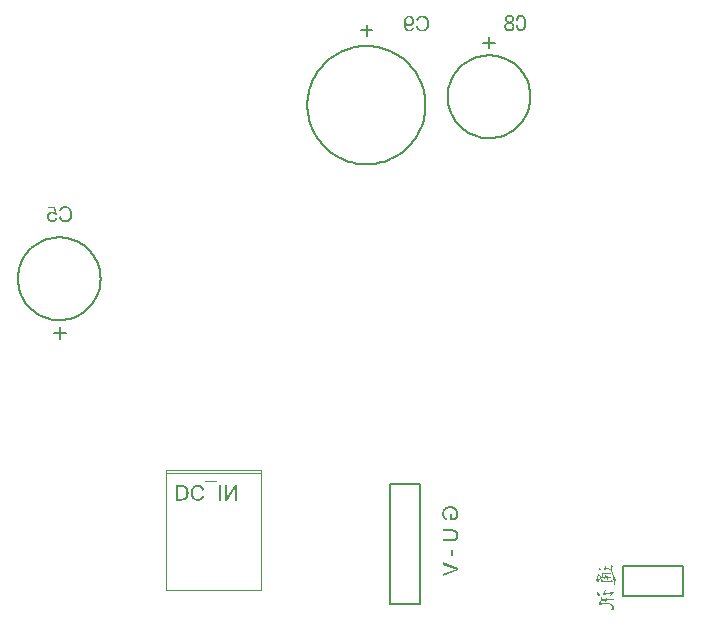
<source format=gbo>
G04*
G04 #@! TF.GenerationSoftware,Altium Limited,Altium Designer,18.1.9 (240)*
G04*
G04 Layer_Color=32896*
%FSLAX25Y25*%
%MOIN*%
G70*
G01*
G75*
%ADD10C,0.00787*%
%ADD16C,0.00591*%
%ADD89C,0.00394*%
G36*
X158414Y247451D02*
X158532Y247436D01*
X158651Y247413D01*
X158754Y247384D01*
X158954Y247303D01*
X159043Y247266D01*
X159117Y247221D01*
X159191Y247169D01*
X159250Y247132D01*
X159309Y247088D01*
X159354Y247051D01*
X159391Y247021D01*
X159413Y246999D01*
X159428Y246984D01*
X159435Y246977D01*
X159517Y246888D01*
X159583Y246784D01*
X159650Y246688D01*
X159702Y246585D01*
X159746Y246474D01*
X159783Y246370D01*
X159835Y246178D01*
X159857Y246082D01*
X159872Y246000D01*
X159879Y245919D01*
X159887Y245852D01*
X159894Y245800D01*
Y245763D01*
Y245734D01*
Y245726D01*
X159887Y245586D01*
X159872Y245460D01*
X159857Y245334D01*
X159827Y245216D01*
X159790Y245112D01*
X159753Y245009D01*
X159716Y244920D01*
X159672Y244838D01*
X159635Y244764D01*
X159598Y244698D01*
X159561Y244646D01*
X159524Y244594D01*
X159494Y244557D01*
X159480Y244535D01*
X159465Y244520D01*
X159457Y244513D01*
X159376Y244431D01*
X159287Y244365D01*
X159198Y244298D01*
X159102Y244246D01*
X159013Y244202D01*
X158925Y244165D01*
X158754Y244113D01*
X158680Y244091D01*
X158606Y244076D01*
X158547Y244069D01*
X158488Y244061D01*
X158444Y244054D01*
X158384D01*
X158244Y244061D01*
X158111Y244084D01*
X157992Y244113D01*
X157881Y244150D01*
X157800Y244180D01*
X157733Y244209D01*
X157689Y244232D01*
X157674Y244239D01*
X157556Y244313D01*
X157452Y244394D01*
X157363Y244476D01*
X157289Y244550D01*
X157237Y244624D01*
X157193Y244676D01*
X157163Y244713D01*
X157156Y244727D01*
Y244668D01*
Y244631D01*
Y244609D01*
Y244601D01*
X157163Y244454D01*
X157171Y244313D01*
X157186Y244187D01*
X157200Y244069D01*
X157223Y243973D01*
X157237Y243899D01*
X157245Y243869D01*
Y243847D01*
X157252Y243839D01*
Y243832D01*
X157289Y243699D01*
X157326Y243580D01*
X157363Y243477D01*
X157400Y243388D01*
X157430Y243321D01*
X157459Y243269D01*
X157474Y243232D01*
X157482Y243225D01*
X157541Y243144D01*
X157600Y243077D01*
X157659Y243018D01*
X157718Y242966D01*
X157763Y242922D01*
X157807Y242892D01*
X157837Y242877D01*
X157844Y242870D01*
X157926Y242826D01*
X158014Y242796D01*
X158096Y242774D01*
X158177Y242759D01*
X158244Y242752D01*
X158296Y242744D01*
X158347D01*
X158466Y242752D01*
X158577Y242774D01*
X158673Y242803D01*
X158754Y242840D01*
X158814Y242870D01*
X158865Y242899D01*
X158895Y242922D01*
X158902Y242929D01*
X158976Y243011D01*
X159036Y243107D01*
X159087Y243210D01*
X159124Y243314D01*
X159154Y243403D01*
X159176Y243484D01*
X159184Y243514D01*
Y243529D01*
X159191Y243543D01*
Y243551D01*
X159798Y243499D01*
X159753Y243284D01*
X159694Y243099D01*
X159620Y242936D01*
X159546Y242803D01*
X159472Y242700D01*
X159435Y242655D01*
X159406Y242618D01*
X159383Y242596D01*
X159361Y242574D01*
X159354Y242567D01*
X159346Y242559D01*
X159272Y242500D01*
X159191Y242448D01*
X159028Y242367D01*
X158865Y242307D01*
X158710Y242271D01*
X158569Y242241D01*
X158510Y242234D01*
X158458D01*
X158421Y242226D01*
X158362D01*
X158155Y242241D01*
X157970Y242271D01*
X157800Y242322D01*
X157659Y242382D01*
X157600Y242404D01*
X157541Y242433D01*
X157496Y242463D01*
X157452Y242485D01*
X157422Y242500D01*
X157400Y242515D01*
X157385Y242530D01*
X157378D01*
X157230Y242655D01*
X157097Y242796D01*
X156993Y242944D01*
X156904Y243085D01*
X156830Y243210D01*
X156801Y243269D01*
X156779Y243314D01*
X156764Y243358D01*
X156749Y243388D01*
X156742Y243403D01*
Y243410D01*
X156705Y243521D01*
X156668Y243647D01*
X156616Y243899D01*
X156579Y244165D01*
X156557Y244417D01*
X156542Y244528D01*
X156534Y244638D01*
Y244735D01*
X156527Y244816D01*
Y244883D01*
Y244935D01*
Y244971D01*
Y244979D01*
Y245149D01*
X156534Y245312D01*
X156549Y245460D01*
X156564Y245601D01*
X156579Y245726D01*
X156594Y245845D01*
X156616Y245956D01*
X156638Y246052D01*
X156660Y246133D01*
X156675Y246207D01*
X156697Y246274D01*
X156712Y246326D01*
X156727Y246363D01*
X156742Y246392D01*
X156749Y246407D01*
Y246415D01*
X156838Y246592D01*
X156934Y246748D01*
X157045Y246881D01*
X157141Y246992D01*
X157237Y247073D01*
X157311Y247132D01*
X157341Y247155D01*
X157363Y247169D01*
X157371Y247184D01*
X157378D01*
X157533Y247273D01*
X157689Y247340D01*
X157844Y247391D01*
X157985Y247421D01*
X158111Y247443D01*
X158162Y247451D01*
X158199D01*
X158236Y247458D01*
X158288D01*
X158414Y247451D01*
D02*
G37*
G36*
X162832Y247510D02*
X163069Y247473D01*
X163276Y247428D01*
X163372Y247399D01*
X163461Y247369D01*
X163542Y247340D01*
X163616Y247310D01*
X163675Y247288D01*
X163735Y247266D01*
X163772Y247243D01*
X163801Y247229D01*
X163823Y247221D01*
X163831Y247214D01*
X164031Y247088D01*
X164201Y246940D01*
X164349Y246792D01*
X164475Y246644D01*
X164571Y246511D01*
X164608Y246451D01*
X164637Y246400D01*
X164667Y246363D01*
X164682Y246333D01*
X164689Y246311D01*
X164697Y246304D01*
X164800Y246074D01*
X164874Y245837D01*
X164926Y245601D01*
X164963Y245386D01*
X164978Y245290D01*
X164985Y245194D01*
X164993Y245120D01*
Y245046D01*
X165000Y244994D01*
Y244949D01*
Y244920D01*
Y244912D01*
X164985Y244646D01*
X164956Y244387D01*
X164919Y244158D01*
X164889Y244046D01*
X164867Y243950D01*
X164845Y243862D01*
X164815Y243780D01*
X164793Y243706D01*
X164778Y243647D01*
X164756Y243603D01*
X164748Y243566D01*
X164734Y243543D01*
Y243536D01*
X164623Y243314D01*
X164497Y243114D01*
X164364Y242944D01*
X164297Y242877D01*
X164238Y242811D01*
X164179Y242752D01*
X164119Y242700D01*
X164068Y242655D01*
X164023Y242626D01*
X163994Y242596D01*
X163964Y242574D01*
X163949Y242567D01*
X163942Y242559D01*
X163838Y242500D01*
X163735Y242448D01*
X163513Y242367D01*
X163291Y242307D01*
X163076Y242271D01*
X162972Y242256D01*
X162884Y242241D01*
X162802Y242234D01*
X162736D01*
X162676Y242226D01*
X162595D01*
X162447Y242234D01*
X162306Y242248D01*
X162173Y242263D01*
X162047Y242293D01*
X161929Y242330D01*
X161818Y242367D01*
X161714Y242404D01*
X161618Y242448D01*
X161537Y242485D01*
X161455Y242522D01*
X161396Y242559D01*
X161337Y242596D01*
X161300Y242626D01*
X161263Y242640D01*
X161248Y242655D01*
X161241Y242663D01*
X161137Y242752D01*
X161048Y242840D01*
X160967Y242944D01*
X160886Y243048D01*
X160752Y243255D01*
X160649Y243462D01*
X160604Y243558D01*
X160567Y243647D01*
X160538Y243728D01*
X160516Y243795D01*
X160493Y243854D01*
X160479Y243899D01*
X160471Y243928D01*
Y243936D01*
X161152Y244106D01*
X161182Y243987D01*
X161219Y243876D01*
X161256Y243773D01*
X161293Y243676D01*
X161337Y243588D01*
X161381Y243514D01*
X161433Y243440D01*
X161478Y243373D01*
X161515Y243314D01*
X161559Y243269D01*
X161596Y243225D01*
X161626Y243188D01*
X161655Y243166D01*
X161677Y243144D01*
X161685Y243136D01*
X161692Y243129D01*
X161766Y243070D01*
X161848Y243025D01*
X162010Y242944D01*
X162166Y242885D01*
X162321Y242848D01*
X162454Y242818D01*
X162506Y242811D01*
X162558D01*
X162602Y242803D01*
X162654D01*
X162824Y242811D01*
X162987Y242840D01*
X163135Y242877D01*
X163268Y242922D01*
X163372Y242966D01*
X163416Y242988D01*
X163453Y243003D01*
X163483Y243018D01*
X163505Y243033D01*
X163520Y243040D01*
X163527D01*
X163668Y243144D01*
X163786Y243255D01*
X163890Y243380D01*
X163971Y243499D01*
X164038Y243603D01*
X164082Y243691D01*
X164097Y243728D01*
X164112Y243751D01*
X164119Y243765D01*
Y243773D01*
X164179Y243965D01*
X164223Y244158D01*
X164260Y244350D01*
X164282Y244528D01*
X164290Y244609D01*
X164297Y244683D01*
Y244749D01*
X164304Y244801D01*
Y244846D01*
Y244883D01*
Y244905D01*
Y244912D01*
X164297Y245105D01*
X164282Y245282D01*
X164253Y245445D01*
X164223Y245593D01*
X164201Y245719D01*
X164186Y245771D01*
X164171Y245815D01*
X164164Y245852D01*
X164156Y245874D01*
X164149Y245889D01*
Y245897D01*
X164075Y246067D01*
X163994Y246222D01*
X163905Y246348D01*
X163809Y246459D01*
X163727Y246548D01*
X163661Y246607D01*
X163609Y246644D01*
X163601Y246659D01*
X163594D01*
X163439Y246755D01*
X163268Y246829D01*
X163106Y246881D01*
X162950Y246910D01*
X162810Y246933D01*
X162750Y246940D01*
X162699D01*
X162662Y246947D01*
X162602D01*
X162417Y246940D01*
X162247Y246910D01*
X162107Y246866D01*
X161981Y246821D01*
X161885Y246770D01*
X161811Y246733D01*
X161766Y246703D01*
X161751Y246688D01*
X161633Y246577D01*
X161522Y246451D01*
X161433Y246318D01*
X161359Y246185D01*
X161300Y246067D01*
X161278Y246007D01*
X161263Y245963D01*
X161248Y245926D01*
X161233Y245897D01*
X161226Y245882D01*
Y245874D01*
X160560Y246030D01*
X160604Y246163D01*
X160649Y246281D01*
X160708Y246392D01*
X160760Y246503D01*
X160819Y246600D01*
X160886Y246688D01*
X160945Y246777D01*
X161004Y246851D01*
X161063Y246910D01*
X161115Y246970D01*
X161167Y247021D01*
X161204Y247058D01*
X161241Y247095D01*
X161270Y247117D01*
X161285Y247125D01*
X161293Y247132D01*
X161396Y247199D01*
X161500Y247266D01*
X161603Y247317D01*
X161714Y247362D01*
X161936Y247428D01*
X162136Y247473D01*
X162232Y247495D01*
X162314Y247502D01*
X162395Y247510D01*
X162462Y247517D01*
X162514Y247524D01*
X162588D01*
X162832Y247510D01*
D02*
G37*
G36*
X172247Y83985D02*
X172506Y83948D01*
X172624Y83926D01*
X172735Y83904D01*
X172846Y83874D01*
X172943Y83845D01*
X173031Y83815D01*
X173105Y83785D01*
X173179Y83763D01*
X173231Y83741D01*
X173283Y83719D01*
X173313Y83704D01*
X173335Y83689D01*
X173342D01*
X173557Y83556D01*
X173742Y83408D01*
X173905Y83253D01*
X174038Y83105D01*
X174141Y82964D01*
X174178Y82912D01*
X174215Y82860D01*
X174238Y82816D01*
X174260Y82786D01*
X174267Y82764D01*
X174275Y82757D01*
X174334Y82638D01*
X174378Y82520D01*
X174460Y82283D01*
X174511Y82054D01*
X174556Y81839D01*
X174563Y81743D01*
X174578Y81654D01*
X174585Y81573D01*
Y81506D01*
X174593Y81454D01*
Y81380D01*
X174585Y81173D01*
X174563Y80973D01*
X174526Y80788D01*
X174489Y80626D01*
X174474Y80559D01*
X174460Y80492D01*
X174437Y80433D01*
X174423Y80381D01*
X174408Y80344D01*
X174400Y80315D01*
X174393Y80300D01*
Y80293D01*
X174312Y80093D01*
X174215Y79908D01*
X174112Y79730D01*
X174016Y79575D01*
X173971Y79508D01*
X173927Y79442D01*
X173890Y79390D01*
X173860Y79345D01*
X173830Y79308D01*
X173808Y79279D01*
X173801Y79264D01*
X173794Y79257D01*
X171892D01*
Y81432D01*
X172499D01*
Y79923D01*
X173460D01*
X173535Y80011D01*
X173601Y80115D01*
X173660Y80226D01*
X173712Y80330D01*
X173757Y80418D01*
X173794Y80500D01*
X173808Y80529D01*
X173816Y80544D01*
X173823Y80559D01*
Y80566D01*
X173875Y80722D01*
X173919Y80877D01*
X173949Y81018D01*
X173964Y81151D01*
X173978Y81262D01*
Y81306D01*
X173986Y81351D01*
Y81425D01*
X173978Y81610D01*
X173949Y81787D01*
X173912Y81950D01*
X173875Y82098D01*
X173830Y82217D01*
X173816Y82268D01*
X173801Y82305D01*
X173786Y82342D01*
X173771Y82365D01*
X173764Y82379D01*
Y82387D01*
X173668Y82542D01*
X173564Y82683D01*
X173453Y82801D01*
X173342Y82897D01*
X173239Y82979D01*
X173157Y83031D01*
X173127Y83053D01*
X173105Y83060D01*
X173091Y83075D01*
X173083D01*
X172898Y83149D01*
X172706Y83208D01*
X172513Y83245D01*
X172328Y83275D01*
X172247Y83282D01*
X172173Y83290D01*
X172099Y83297D01*
X172040D01*
X171995Y83304D01*
X171958D01*
X171936D01*
X171929D01*
X171722Y83297D01*
X171537Y83275D01*
X171359Y83245D01*
X171203Y83208D01*
X171137Y83193D01*
X171078Y83171D01*
X171026Y83156D01*
X170982Y83142D01*
X170945Y83127D01*
X170922Y83119D01*
X170907Y83112D01*
X170900D01*
X170797Y83060D01*
X170700Y83008D01*
X170612Y82957D01*
X170538Y82905D01*
X170478Y82860D01*
X170426Y82823D01*
X170397Y82794D01*
X170390Y82786D01*
X170308Y82705D01*
X170234Y82616D01*
X170175Y82520D01*
X170116Y82431D01*
X170079Y82357D01*
X170042Y82298D01*
X170027Y82254D01*
X170020Y82239D01*
X169968Y82106D01*
X169931Y81972D01*
X169908Y81832D01*
X169886Y81706D01*
X169879Y81595D01*
Y81551D01*
X169872Y81514D01*
Y81432D01*
X169879Y81292D01*
X169894Y81158D01*
X169916Y81040D01*
X169938Y80936D01*
X169968Y80848D01*
X169990Y80781D01*
X170005Y80744D01*
X170012Y80729D01*
X170064Y80618D01*
X170123Y80522D01*
X170182Y80433D01*
X170242Y80367D01*
X170293Y80315D01*
X170330Y80270D01*
X170360Y80248D01*
X170367Y80241D01*
X170456Y80174D01*
X170560Y80122D01*
X170656Y80071D01*
X170759Y80026D01*
X170848Y79997D01*
X170915Y79974D01*
X170945Y79967D01*
X170967Y79960D01*
X170974Y79952D01*
X170982D01*
X170819Y79338D01*
X170634Y79390D01*
X170471Y79456D01*
X170323Y79523D01*
X170204Y79582D01*
X170108Y79641D01*
X170042Y79686D01*
X169997Y79715D01*
X169983Y79730D01*
X169864Y79834D01*
X169768Y79945D01*
X169679Y80063D01*
X169605Y80174D01*
X169553Y80278D01*
X169509Y80359D01*
X169494Y80389D01*
X169487Y80411D01*
X169479Y80426D01*
Y80433D01*
X169420Y80603D01*
X169376Y80781D01*
X169339Y80944D01*
X169317Y81099D01*
X169302Y81240D01*
Y81299D01*
X169294Y81343D01*
Y81580D01*
X169309Y81713D01*
X169346Y81972D01*
X169368Y82091D01*
X169398Y82202D01*
X169420Y82305D01*
X169450Y82402D01*
X169479Y82490D01*
X169509Y82564D01*
X169539Y82631D01*
X169561Y82690D01*
X169583Y82735D01*
X169598Y82764D01*
X169605Y82786D01*
X169613Y82794D01*
X169679Y82897D01*
X169746Y83001D01*
X169901Y83179D01*
X170056Y83334D01*
X170219Y83460D01*
X170360Y83563D01*
X170419Y83600D01*
X170478Y83630D01*
X170523Y83660D01*
X170552Y83674D01*
X170574Y83682D01*
X170582Y83689D01*
X170826Y83793D01*
X171070Y83867D01*
X171307Y83926D01*
X171418Y83941D01*
X171522Y83963D01*
X171618Y83970D01*
X171699Y83985D01*
X171781Y83993D01*
X171847D01*
X171899Y84000D01*
X171936D01*
X171966D01*
X171973D01*
X172247Y83985D01*
D02*
G37*
G36*
X172632Y76252D02*
X172765Y76245D01*
X172891Y76230D01*
X173002Y76215D01*
X173105Y76200D01*
X173202Y76178D01*
X173290Y76163D01*
X173372Y76149D01*
X173438Y76126D01*
X173498Y76112D01*
X173542Y76097D01*
X173579Y76082D01*
X173609Y76075D01*
X173623Y76067D01*
X173631D01*
X173794Y75986D01*
X173942Y75882D01*
X174060Y75779D01*
X174164Y75668D01*
X174245Y75571D01*
X174304Y75490D01*
X174319Y75460D01*
X174334Y75438D01*
X174349Y75423D01*
Y75416D01*
X174430Y75231D01*
X174489Y75039D01*
X174533Y74839D01*
X174563Y74654D01*
X174571Y74572D01*
X174578Y74491D01*
X174585Y74417D01*
Y74358D01*
X174593Y74306D01*
Y74239D01*
X174578Y73973D01*
X174563Y73855D01*
X174548Y73744D01*
X174526Y73633D01*
X174504Y73536D01*
X174482Y73448D01*
X174452Y73366D01*
X174423Y73292D01*
X174400Y73233D01*
X174378Y73174D01*
X174356Y73129D01*
X174334Y73092D01*
X174326Y73070D01*
X174312Y73055D01*
Y73048D01*
X174200Y72885D01*
X174075Y72752D01*
X173956Y72648D01*
X173838Y72560D01*
X173734Y72493D01*
X173653Y72449D01*
X173623Y72434D01*
X173601Y72419D01*
X173586Y72412D01*
X173579D01*
X173490Y72382D01*
X173394Y72352D01*
X173194Y72308D01*
X172987Y72278D01*
X172787Y72256D01*
X172698Y72249D01*
X172609Y72241D01*
X172536D01*
X172469Y72234D01*
X172417D01*
X172380D01*
X172351D01*
X172343D01*
X169383D01*
Y72915D01*
X172343D01*
X172513D01*
X172676Y72930D01*
X172817Y72944D01*
X172950Y72967D01*
X173068Y72989D01*
X173179Y73018D01*
X173275Y73041D01*
X173357Y73070D01*
X173424Y73100D01*
X173490Y73129D01*
X173535Y73159D01*
X173579Y73181D01*
X173609Y73203D01*
X173631Y73218D01*
X173638Y73226D01*
X173646Y73233D01*
X173705Y73300D01*
X173757Y73374D01*
X173838Y73536D01*
X173897Y73707D01*
X173934Y73884D01*
X173964Y74047D01*
X173971Y74114D01*
Y74180D01*
X173978Y74225D01*
Y74299D01*
X173971Y74454D01*
X173949Y74595D01*
X173927Y74728D01*
X173890Y74831D01*
X173860Y74920D01*
X173838Y74987D01*
X173816Y75024D01*
X173808Y75039D01*
X173742Y75142D01*
X173660Y75231D01*
X173579Y75305D01*
X173505Y75357D01*
X173431Y75401D01*
X173379Y75438D01*
X173342Y75453D01*
X173327Y75460D01*
X173261Y75483D01*
X173194Y75497D01*
X173039Y75527D01*
X172876Y75549D01*
X172713Y75564D01*
X172573Y75571D01*
X172506D01*
X172454Y75579D01*
X172410D01*
X172373D01*
X172351D01*
X172343D01*
X169383D01*
Y76260D01*
X172343D01*
X172491D01*
X172632Y76252D01*
D02*
G37*
G36*
X172965Y67498D02*
X172336D01*
Y69444D01*
X172965D01*
Y67498D01*
D02*
G37*
G36*
X174504Y63287D02*
Y62577D01*
X169383Y60579D01*
Y61267D01*
X173105Y62658D01*
X173261Y62718D01*
X173409Y62769D01*
X173549Y62814D01*
X173675Y62851D01*
X173786Y62888D01*
X173868Y62910D01*
X173897Y62917D01*
X173919Y62925D01*
X173934Y62932D01*
X173942D01*
X173646Y63021D01*
X173505Y63065D01*
X173379Y63110D01*
X173268Y63147D01*
X173224Y63162D01*
X173179Y63169D01*
X173150Y63184D01*
X173127Y63191D01*
X173113Y63199D01*
X173105D01*
X169383Y64531D01*
Y65271D01*
X174504Y63287D01*
D02*
G37*
G36*
X94331Y91969D02*
X90164D01*
Y92421D01*
X94331D01*
Y91969D01*
D02*
G37*
G36*
X88018Y91081D02*
X88159Y91067D01*
X88292Y91052D01*
X88418Y91022D01*
X88536Y90985D01*
X88647Y90948D01*
X88751Y90911D01*
X88847Y90867D01*
X88929Y90830D01*
X89010Y90793D01*
X89069Y90756D01*
X89128Y90719D01*
X89165Y90689D01*
X89202Y90674D01*
X89217Y90660D01*
X89225Y90652D01*
X89328Y90563D01*
X89417Y90475D01*
X89498Y90371D01*
X89580Y90267D01*
X89713Y90060D01*
X89817Y89853D01*
X89861Y89757D01*
X89898Y89668D01*
X89928Y89587D01*
X89950Y89520D01*
X89972Y89461D01*
X89987Y89416D01*
X89994Y89387D01*
Y89379D01*
X89313Y89209D01*
X89284Y89328D01*
X89247Y89439D01*
X89210Y89542D01*
X89173Y89638D01*
X89128Y89727D01*
X89084Y89801D01*
X89032Y89875D01*
X88988Y89942D01*
X88951Y90001D01*
X88906Y90045D01*
X88869Y90090D01*
X88840Y90127D01*
X88810Y90149D01*
X88788Y90171D01*
X88781Y90179D01*
X88773Y90186D01*
X88699Y90245D01*
X88618Y90290D01*
X88455Y90371D01*
X88300Y90430D01*
X88144Y90467D01*
X88011Y90497D01*
X87959Y90504D01*
X87907D01*
X87863Y90512D01*
X87811D01*
X87641Y90504D01*
X87478Y90475D01*
X87330Y90438D01*
X87197Y90393D01*
X87093Y90349D01*
X87049Y90327D01*
X87012Y90312D01*
X86982Y90297D01*
X86960Y90282D01*
X86945Y90275D01*
X86938D01*
X86797Y90171D01*
X86679Y90060D01*
X86575Y89934D01*
X86494Y89816D01*
X86427Y89712D01*
X86383Y89624D01*
X86368Y89587D01*
X86353Y89564D01*
X86346Y89550D01*
Y89542D01*
X86287Y89350D01*
X86242Y89157D01*
X86205Y88965D01*
X86183Y88787D01*
X86176Y88706D01*
X86168Y88632D01*
Y88565D01*
X86161Y88514D01*
Y88469D01*
Y88432D01*
Y88410D01*
Y88403D01*
X86168Y88210D01*
X86183Y88033D01*
X86213Y87870D01*
X86242Y87722D01*
X86265Y87596D01*
X86279Y87544D01*
X86294Y87500D01*
X86302Y87463D01*
X86309Y87441D01*
X86316Y87426D01*
Y87418D01*
X86390Y87248D01*
X86472Y87093D01*
X86561Y86967D01*
X86657Y86856D01*
X86738Y86767D01*
X86805Y86708D01*
X86857Y86671D01*
X86864Y86656D01*
X86871D01*
X87027Y86560D01*
X87197Y86486D01*
X87360Y86434D01*
X87515Y86405D01*
X87656Y86382D01*
X87715Y86375D01*
X87767D01*
X87804Y86368D01*
X87863D01*
X88048Y86375D01*
X88218Y86405D01*
X88359Y86449D01*
X88485Y86493D01*
X88581Y86545D01*
X88655Y86582D01*
X88699Y86612D01*
X88714Y86627D01*
X88832Y86738D01*
X88943Y86863D01*
X89032Y86997D01*
X89106Y87130D01*
X89165Y87248D01*
X89188Y87307D01*
X89202Y87352D01*
X89217Y87389D01*
X89232Y87418D01*
X89239Y87433D01*
Y87441D01*
X89905Y87285D01*
X89861Y87152D01*
X89817Y87034D01*
X89757Y86923D01*
X89706Y86812D01*
X89646Y86715D01*
X89580Y86627D01*
X89521Y86538D01*
X89461Y86464D01*
X89402Y86405D01*
X89350Y86345D01*
X89299Y86294D01*
X89262Y86257D01*
X89225Y86220D01*
X89195Y86197D01*
X89180Y86190D01*
X89173Y86183D01*
X89069Y86116D01*
X88966Y86049D01*
X88862Y85998D01*
X88751Y85953D01*
X88529Y85887D01*
X88329Y85842D01*
X88233Y85820D01*
X88152Y85813D01*
X88070Y85805D01*
X88004Y85798D01*
X87952Y85790D01*
X87878D01*
X87634Y85805D01*
X87397Y85842D01*
X87190Y85887D01*
X87093Y85916D01*
X87005Y85946D01*
X86923Y85975D01*
X86849Y86005D01*
X86790Y86027D01*
X86731Y86049D01*
X86694Y86072D01*
X86664Y86086D01*
X86642Y86094D01*
X86635Y86101D01*
X86435Y86227D01*
X86265Y86375D01*
X86117Y86523D01*
X85991Y86671D01*
X85895Y86804D01*
X85858Y86863D01*
X85828Y86915D01*
X85798Y86952D01*
X85784Y86982D01*
X85776Y87004D01*
X85769Y87011D01*
X85665Y87241D01*
X85591Y87478D01*
X85539Y87714D01*
X85502Y87929D01*
X85488Y88025D01*
X85480Y88121D01*
X85473Y88195D01*
Y88269D01*
X85465Y88321D01*
Y88366D01*
Y88395D01*
Y88403D01*
X85480Y88669D01*
X85510Y88928D01*
X85547Y89157D01*
X85576Y89268D01*
X85599Y89365D01*
X85621Y89453D01*
X85650Y89535D01*
X85673Y89609D01*
X85687Y89668D01*
X85710Y89712D01*
X85717Y89749D01*
X85732Y89772D01*
Y89779D01*
X85843Y90001D01*
X85969Y90201D01*
X86102Y90371D01*
X86168Y90438D01*
X86228Y90504D01*
X86287Y90563D01*
X86346Y90615D01*
X86398Y90660D01*
X86442Y90689D01*
X86472Y90719D01*
X86501Y90741D01*
X86516Y90748D01*
X86524Y90756D01*
X86627Y90815D01*
X86731Y90867D01*
X86953Y90948D01*
X87175Y91007D01*
X87389Y91044D01*
X87493Y91059D01*
X87582Y91074D01*
X87663Y91081D01*
X87730D01*
X87789Y91089D01*
X87870D01*
X88018Y91081D01*
D02*
G37*
G36*
X100828Y85879D02*
X100177D01*
Y89905D01*
X97490Y85879D01*
X96795D01*
Y91000D01*
X97446D01*
Y86982D01*
X100125Y91000D01*
X100828D01*
Y85879D01*
D02*
G37*
G36*
X95603D02*
X94923D01*
Y91000D01*
X95603D01*
Y85879D01*
D02*
G37*
G36*
X82513Y90993D02*
X82668Y90985D01*
X82809Y90970D01*
X82927Y90956D01*
X83031Y90941D01*
X83105Y90933D01*
X83127Y90926D01*
X83149Y90919D01*
X83164D01*
X83297Y90882D01*
X83416Y90837D01*
X83519Y90800D01*
X83608Y90756D01*
X83682Y90719D01*
X83734Y90689D01*
X83763Y90667D01*
X83778Y90660D01*
X83874Y90593D01*
X83956Y90512D01*
X84037Y90438D01*
X84104Y90364D01*
X84163Y90297D01*
X84207Y90245D01*
X84237Y90208D01*
X84244Y90193D01*
X84318Y90075D01*
X84392Y89949D01*
X84452Y89831D01*
X84496Y89712D01*
X84540Y89609D01*
X84570Y89527D01*
X84577Y89498D01*
X84585Y89476D01*
X84592Y89461D01*
Y89453D01*
X84637Y89276D01*
X84674Y89098D01*
X84696Y88928D01*
X84718Y88765D01*
X84725Y88625D01*
Y88565D01*
X84733Y88514D01*
Y88477D01*
Y88440D01*
Y88425D01*
Y88417D01*
X84725Y88166D01*
X84703Y87936D01*
X84666Y87729D01*
X84651Y87633D01*
X84629Y87552D01*
X84607Y87470D01*
X84592Y87404D01*
X84577Y87344D01*
X84555Y87293D01*
X84548Y87248D01*
X84533Y87219D01*
X84526Y87204D01*
Y87196D01*
X84444Y87004D01*
X84348Y86834D01*
X84244Y86686D01*
X84148Y86560D01*
X84059Y86456D01*
X83985Y86382D01*
X83956Y86360D01*
X83934Y86338D01*
X83926Y86331D01*
X83919Y86323D01*
X83800Y86227D01*
X83675Y86153D01*
X83549Y86086D01*
X83430Y86035D01*
X83327Y85998D01*
X83245Y85975D01*
X83216Y85961D01*
X83194D01*
X83179Y85953D01*
X83171D01*
X83046Y85931D01*
X82898Y85909D01*
X82750Y85894D01*
X82602Y85887D01*
X82468Y85879D01*
X80500D01*
Y91000D01*
X82343D01*
X82513Y90993D01*
D02*
G37*
G36*
X40783Y181199D02*
X40191Y181118D01*
X40139Y181199D01*
X40073Y181266D01*
X40013Y181333D01*
X39954Y181384D01*
X39895Y181421D01*
X39851Y181458D01*
X39821Y181473D01*
X39814Y181481D01*
X39717Y181525D01*
X39621Y181562D01*
X39532Y181584D01*
X39444Y181606D01*
X39370Y181614D01*
X39310Y181621D01*
X39170D01*
X39081Y181606D01*
X38926Y181569D01*
X38792Y181518D01*
X38674Y181466D01*
X38585Y181406D01*
X38519Y181355D01*
X38482Y181318D01*
X38467Y181310D01*
Y181303D01*
X38363Y181177D01*
X38289Y181044D01*
X38237Y180903D01*
X38200Y180763D01*
X38178Y180644D01*
X38171Y180593D01*
Y180548D01*
X38163Y180511D01*
Y180482D01*
Y180467D01*
Y180459D01*
Y180356D01*
X38178Y180260D01*
X38215Y180075D01*
X38267Y179919D01*
X38319Y179793D01*
X38378Y179690D01*
X38430Y179608D01*
X38452Y179586D01*
X38467Y179564D01*
X38474Y179557D01*
X38482Y179549D01*
X38541Y179490D01*
X38600Y179438D01*
X38733Y179349D01*
X38859Y179290D01*
X38985Y179253D01*
X39088Y179224D01*
X39177Y179216D01*
X39207Y179209D01*
X39251D01*
X39392Y179216D01*
X39518Y179246D01*
X39629Y179283D01*
X39717Y179327D01*
X39799Y179372D01*
X39858Y179409D01*
X39888Y179438D01*
X39902Y179446D01*
X39991Y179549D01*
X40065Y179660D01*
X40124Y179786D01*
X40169Y179897D01*
X40198Y180008D01*
X40221Y180089D01*
X40228Y180126D01*
X40235Y180148D01*
Y180163D01*
Y180171D01*
X40894Y180119D01*
X40879Y180000D01*
X40857Y179890D01*
X40790Y179682D01*
X40709Y179505D01*
X40665Y179423D01*
X40620Y179357D01*
X40583Y179290D01*
X40539Y179231D01*
X40502Y179186D01*
X40465Y179149D01*
X40435Y179120D01*
X40420Y179090D01*
X40406Y179083D01*
X40398Y179076D01*
X40309Y179009D01*
X40221Y178950D01*
X40124Y178898D01*
X40028Y178853D01*
X39843Y178787D01*
X39658Y178743D01*
X39577Y178720D01*
X39495Y178713D01*
X39429Y178706D01*
X39370Y178698D01*
X39318Y178691D01*
X39251D01*
X39096Y178698D01*
X38948Y178720D01*
X38807Y178750D01*
X38681Y178787D01*
X38563Y178839D01*
X38452Y178891D01*
X38348Y178942D01*
X38260Y179001D01*
X38178Y179061D01*
X38104Y179113D01*
X38045Y179172D01*
X37993Y179216D01*
X37956Y179253D01*
X37927Y179283D01*
X37912Y179305D01*
X37904Y179312D01*
X37830Y179409D01*
X37771Y179512D01*
X37712Y179608D01*
X37668Y179712D01*
X37594Y179912D01*
X37549Y180104D01*
X37534Y180185D01*
X37520Y180267D01*
X37512Y180333D01*
X37505Y180393D01*
X37497Y180445D01*
Y180482D01*
Y180504D01*
Y180511D01*
X37505Y180644D01*
X37520Y180770D01*
X37542Y180896D01*
X37571Y181007D01*
X37608Y181111D01*
X37645Y181214D01*
X37690Y181303D01*
X37727Y181384D01*
X37771Y181458D01*
X37816Y181525D01*
X37853Y181577D01*
X37890Y181629D01*
X37919Y181666D01*
X37941Y181688D01*
X37956Y181702D01*
X37964Y181710D01*
X38052Y181791D01*
X38141Y181865D01*
X38237Y181924D01*
X38334Y181976D01*
X38430Y182028D01*
X38526Y182065D01*
X38704Y182117D01*
X38785Y182139D01*
X38859Y182154D01*
X38926Y182161D01*
X38985Y182169D01*
X39029Y182176D01*
X39192D01*
X39281Y182161D01*
X39458Y182124D01*
X39621Y182072D01*
X39769Y182013D01*
X39888Y181954D01*
X39939Y181924D01*
X39984Y181902D01*
X40021Y181880D01*
X40043Y181865D01*
X40058Y181858D01*
X40065Y181851D01*
X39791Y183234D01*
X37742D01*
Y183834D01*
X40287D01*
X40783Y181199D01*
D02*
G37*
G36*
X43832Y183974D02*
X44069Y183937D01*
X44276Y183893D01*
X44372Y183863D01*
X44461Y183834D01*
X44542Y183804D01*
X44616Y183774D01*
X44675Y183752D01*
X44735Y183730D01*
X44772Y183708D01*
X44801Y183693D01*
X44823Y183686D01*
X44831Y183678D01*
X45031Y183553D01*
X45201Y183405D01*
X45349Y183256D01*
X45475Y183108D01*
X45571Y182975D01*
X45608Y182916D01*
X45637Y182864D01*
X45667Y182827D01*
X45682Y182798D01*
X45689Y182775D01*
X45697Y182768D01*
X45800Y182539D01*
X45874Y182302D01*
X45926Y182065D01*
X45963Y181851D01*
X45978Y181754D01*
X45985Y181658D01*
X45993Y181584D01*
Y181510D01*
X46000Y181458D01*
Y181414D01*
Y181384D01*
Y181377D01*
X45985Y181111D01*
X45956Y180851D01*
X45919Y180622D01*
X45889Y180511D01*
X45867Y180415D01*
X45845Y180326D01*
X45815Y180245D01*
X45793Y180171D01*
X45778Y180112D01*
X45756Y180067D01*
X45748Y180030D01*
X45734Y180008D01*
Y180000D01*
X45623Y179779D01*
X45497Y179579D01*
X45364Y179409D01*
X45297Y179342D01*
X45238Y179275D01*
X45179Y179216D01*
X45119Y179164D01*
X45068Y179120D01*
X45023Y179090D01*
X44994Y179061D01*
X44964Y179039D01*
X44949Y179031D01*
X44942Y179024D01*
X44838Y178964D01*
X44735Y178913D01*
X44513Y178831D01*
X44291Y178772D01*
X44076Y178735D01*
X43972Y178720D01*
X43884Y178706D01*
X43802Y178698D01*
X43736D01*
X43676Y178691D01*
X43595D01*
X43447Y178698D01*
X43306Y178713D01*
X43173Y178728D01*
X43047Y178757D01*
X42929Y178794D01*
X42818Y178831D01*
X42714Y178868D01*
X42618Y178913D01*
X42537Y178950D01*
X42455Y178987D01*
X42396Y179024D01*
X42337Y179061D01*
X42300Y179090D01*
X42263Y179105D01*
X42248Y179120D01*
X42241Y179127D01*
X42137Y179216D01*
X42048Y179305D01*
X41967Y179409D01*
X41886Y179512D01*
X41752Y179719D01*
X41649Y179927D01*
X41604Y180023D01*
X41567Y180112D01*
X41538Y180193D01*
X41516Y180260D01*
X41493Y180319D01*
X41479Y180363D01*
X41471Y180393D01*
Y180400D01*
X42152Y180570D01*
X42182Y180452D01*
X42219Y180341D01*
X42256Y180237D01*
X42293Y180141D01*
X42337Y180052D01*
X42381Y179978D01*
X42433Y179904D01*
X42478Y179838D01*
X42515Y179779D01*
X42559Y179734D01*
X42596Y179690D01*
X42626Y179653D01*
X42655Y179630D01*
X42677Y179608D01*
X42685Y179601D01*
X42692Y179594D01*
X42766Y179534D01*
X42848Y179490D01*
X43010Y179409D01*
X43166Y179349D01*
X43321Y179312D01*
X43454Y179283D01*
X43506Y179275D01*
X43558D01*
X43602Y179268D01*
X43654D01*
X43824Y179275D01*
X43987Y179305D01*
X44135Y179342D01*
X44268Y179386D01*
X44372Y179431D01*
X44416Y179453D01*
X44453Y179468D01*
X44483Y179482D01*
X44505Y179497D01*
X44520Y179505D01*
X44527D01*
X44668Y179608D01*
X44786Y179719D01*
X44890Y179845D01*
X44971Y179964D01*
X45038Y180067D01*
X45082Y180156D01*
X45097Y180193D01*
X45112Y180215D01*
X45119Y180230D01*
Y180237D01*
X45179Y180430D01*
X45223Y180622D01*
X45260Y180815D01*
X45282Y180992D01*
X45290Y181073D01*
X45297Y181148D01*
Y181214D01*
X45304Y181266D01*
Y181310D01*
Y181347D01*
Y181369D01*
Y181377D01*
X45297Y181569D01*
X45282Y181747D01*
X45253Y181910D01*
X45223Y182058D01*
X45201Y182184D01*
X45186Y182235D01*
X45171Y182280D01*
X45164Y182317D01*
X45156Y182339D01*
X45149Y182354D01*
Y182361D01*
X45075Y182531D01*
X44994Y182687D01*
X44905Y182812D01*
X44809Y182923D01*
X44727Y183012D01*
X44661Y183071D01*
X44609Y183108D01*
X44601Y183123D01*
X44594D01*
X44439Y183220D01*
X44268Y183293D01*
X44106Y183345D01*
X43950Y183375D01*
X43810Y183397D01*
X43750Y183405D01*
X43699D01*
X43662Y183412D01*
X43602D01*
X43417Y183405D01*
X43247Y183375D01*
X43107Y183331D01*
X42981Y183286D01*
X42885Y183234D01*
X42811Y183197D01*
X42766Y183168D01*
X42751Y183153D01*
X42633Y183042D01*
X42522Y182916D01*
X42433Y182783D01*
X42359Y182650D01*
X42300Y182531D01*
X42278Y182472D01*
X42263Y182428D01*
X42248Y182391D01*
X42233Y182361D01*
X42226Y182346D01*
Y182339D01*
X41560Y182494D01*
X41604Y182627D01*
X41649Y182746D01*
X41708Y182857D01*
X41760Y182968D01*
X41819Y183064D01*
X41886Y183153D01*
X41945Y183242D01*
X42004Y183316D01*
X42063Y183375D01*
X42115Y183434D01*
X42167Y183486D01*
X42204Y183523D01*
X42241Y183560D01*
X42270Y183582D01*
X42285Y183589D01*
X42293Y183597D01*
X42396Y183663D01*
X42500Y183730D01*
X42603Y183782D01*
X42714Y183826D01*
X42936Y183893D01*
X43136Y183937D01*
X43232Y183959D01*
X43314Y183967D01*
X43395Y183974D01*
X43462Y183982D01*
X43514Y183989D01*
X43588D01*
X43832Y183974D01*
D02*
G37*
G36*
X225801Y64422D02*
X225846Y64385D01*
X225890Y64356D01*
X225920Y64326D01*
X225927Y64311D01*
X225971Y64252D01*
X226008Y64200D01*
X226053Y64112D01*
X226082Y64030D01*
X226090Y63964D01*
Y63904D01*
X226082Y63867D01*
X226075Y63845D01*
X226067Y63838D01*
X226023Y63771D01*
X225986Y63697D01*
X225949Y63623D01*
X225920Y63557D01*
X225890Y63497D01*
X225868Y63446D01*
X225860Y63416D01*
X225853Y63401D01*
X225816Y63298D01*
X225794Y63201D01*
X225786Y63098D01*
X225779Y63009D01*
Y62876D01*
X225786Y62839D01*
Y62824D01*
X225801Y62757D01*
X225816Y62691D01*
X225860Y62528D01*
X225927Y62350D01*
X225994Y62173D01*
X226053Y62010D01*
X226082Y61936D01*
X226112Y61877D01*
X226134Y61825D01*
X226149Y61781D01*
X226156Y61758D01*
X226164Y61751D01*
X226282Y61470D01*
X226393Y61211D01*
X226452Y61085D01*
X226504Y60974D01*
X226549Y60863D01*
X226593Y60767D01*
X226630Y60678D01*
X226667Y60597D01*
X226704Y60530D01*
X226726Y60471D01*
X226748Y60419D01*
X226763Y60389D01*
X226778Y60367D01*
Y60360D01*
X226830Y60249D01*
X226874Y60145D01*
X226919Y60049D01*
X226948Y59960D01*
X226978Y59879D01*
X227000Y59812D01*
X227022Y59746D01*
X227037Y59686D01*
X227059Y59598D01*
X227067Y59538D01*
X227074Y59501D01*
Y59487D01*
X227067Y59376D01*
X227059Y59257D01*
X227044Y59139D01*
X227022Y59028D01*
X227007Y58932D01*
X226993Y58850D01*
X226985Y58821D01*
Y58798D01*
X226978Y58791D01*
Y58784D01*
X226941Y58621D01*
X226896Y58443D01*
X226845Y58266D01*
X226800Y58103D01*
X226756Y57962D01*
X226741Y57896D01*
X226719Y57844D01*
X226711Y57799D01*
X226696Y57770D01*
X226689Y57748D01*
Y57740D01*
X226652Y57629D01*
X226623Y57540D01*
X226593Y57466D01*
X226571Y57407D01*
X226549Y57363D01*
X226526Y57333D01*
X226512Y57304D01*
X226497Y57296D01*
X226482Y57289D01*
X226467Y57296D01*
X226460Y57311D01*
Y57318D01*
X226452Y57363D01*
Y57415D01*
X226445Y57474D01*
Y57540D01*
X226438Y57688D01*
X226430Y57836D01*
Y58458D01*
X226423Y58702D01*
X226408Y58932D01*
Y59035D01*
X226401Y59131D01*
X226393Y59220D01*
X226386Y59302D01*
Y59368D01*
X226378Y59427D01*
Y59472D01*
X226371Y59509D01*
Y59538D01*
X226341Y59768D01*
X226312Y59982D01*
X226275Y60167D01*
X226260Y60249D01*
X226245Y60330D01*
X226223Y60397D01*
X226208Y60456D01*
X226201Y60515D01*
X226186Y60560D01*
X226179Y60597D01*
X226171Y60619D01*
X226164Y60634D01*
Y60641D01*
X226149Y60685D01*
X226134Y60745D01*
X226097Y60878D01*
X226053Y61033D01*
X226001Y61211D01*
X225942Y61396D01*
X225890Y61596D01*
X225771Y62003D01*
X225720Y62195D01*
X225668Y62380D01*
X225616Y62550D01*
X225579Y62706D01*
X225557Y62772D01*
X225542Y62831D01*
X225527Y62883D01*
X225513Y62928D01*
X225505Y62965D01*
X225498Y62987D01*
X225490Y63002D01*
Y63009D01*
X225387Y62972D01*
X225298Y62942D01*
X225209Y62920D01*
X225128Y62905D01*
X224994Y62883D01*
X224891Y62876D01*
X224810Y62883D01*
X224758Y62891D01*
X224721Y62898D01*
X224713Y62905D01*
X224632Y62942D01*
X224558Y62972D01*
X224499Y62994D01*
X224440Y63016D01*
X224395Y63031D01*
X224365Y63039D01*
X224343Y63046D01*
X224336D01*
X224277Y63053D01*
X224210Y63046D01*
X224151Y63031D01*
X224092Y63009D01*
X224040Y62987D01*
X224003Y62972D01*
X223973Y62957D01*
X223966Y62950D01*
X223885Y62905D01*
X223818Y62854D01*
X223766Y62809D01*
X223714Y62772D01*
X223677Y62735D01*
X223655Y62706D01*
X223640Y62691D01*
X223633Y62683D01*
X223611Y62661D01*
X223588Y62654D01*
X223566Y62646D01*
X223537Y62654D01*
X223492Y62683D01*
X223441Y62735D01*
X223404Y62787D01*
X223367Y62839D01*
X223344Y62876D01*
X223337Y62883D01*
Y62891D01*
X223278Y63009D01*
X223248Y63105D01*
X223233Y63187D01*
X223241Y63253D01*
X223248Y63298D01*
X223263Y63335D01*
X223270Y63349D01*
X223278Y63357D01*
X223322Y63409D01*
X223359Y63468D01*
X223426Y63594D01*
X223455Y63645D01*
X223478Y63690D01*
X223485Y63719D01*
X223492Y63734D01*
X223522Y63823D01*
X223552Y63904D01*
X223566Y63986D01*
X223581Y64052D01*
X223596Y64104D01*
Y64149D01*
X223603Y64178D01*
Y64186D01*
X223611Y64215D01*
Y64245D01*
X223626Y64260D01*
X223633Y64267D01*
X223655D01*
X223685Y64245D01*
X223714Y64215D01*
X223737Y64186D01*
X223751Y64163D01*
X223759Y64156D01*
X223803Y64067D01*
X223818Y63986D01*
X223825Y63904D01*
X223818Y63830D01*
X223803Y63771D01*
X223788Y63727D01*
X223781Y63697D01*
X223774Y63690D01*
X223737Y63608D01*
X223714Y63542D01*
X223707Y63490D01*
Y63423D01*
X223722Y63409D01*
X223729Y63394D01*
X223766Y63372D01*
X223811Y63364D01*
X223862D01*
X223914Y63372D01*
X223959Y63379D01*
X224003Y63386D01*
X224032Y63394D01*
X224040D01*
X224121Y63409D01*
X224203Y63416D01*
X224277D01*
X224343Y63401D01*
X224395Y63394D01*
X224440Y63386D01*
X224469Y63372D01*
X224477D01*
X224632Y63312D01*
X224713Y63290D01*
X224787Y63268D01*
X224847Y63253D01*
X224898Y63238D01*
X224928Y63231D01*
X224943D01*
X225046Y63216D01*
X225143Y63209D01*
X225239Y63201D01*
X225328Y63209D01*
X225409Y63216D01*
X225468Y63224D01*
X225505Y63231D01*
X225520D01*
X225550Y63364D01*
X225572Y63490D01*
X225594Y63608D01*
X225609Y63712D01*
X225623Y63808D01*
X225638Y63897D01*
X225646Y63971D01*
X225653Y64038D01*
X225661Y64097D01*
X225668Y64149D01*
Y64193D01*
X225675Y64230D01*
Y64341D01*
X225683Y64378D01*
X225698Y64408D01*
X225712Y64430D01*
X225734Y64437D01*
X225757D01*
X225801Y64422D01*
D02*
G37*
G36*
X221509Y63690D02*
X221546Y63668D01*
X221583Y63638D01*
X221628Y63608D01*
X221724Y63520D01*
X221820Y63423D01*
X221909Y63327D01*
X221983Y63253D01*
X222012Y63216D01*
X222035Y63194D01*
X222049Y63179D01*
X222057Y63172D01*
X222123Y63083D01*
X222175Y63002D01*
X222205Y62935D01*
X222219Y62876D01*
X222227Y62831D01*
X222219Y62787D01*
X222205Y62750D01*
X222190Y62720D01*
X222131Y62683D01*
X222079Y62661D01*
X222027Y62654D01*
X222020D01*
X222012D01*
X221931D01*
X221857Y62669D01*
X221790Y62698D01*
X221731Y62728D01*
X221635Y62817D01*
X221561Y62913D01*
X221509Y63016D01*
X221472Y63098D01*
X221465Y63135D01*
X221457Y63164D01*
X221450Y63179D01*
Y63187D01*
X221435Y63283D01*
X221420Y63364D01*
X221413Y63438D01*
X221406Y63497D01*
Y63549D01*
X221413Y63594D01*
Y63623D01*
X221420Y63653D01*
X221443Y63682D01*
X221457Y63697D01*
X221472Y63705D01*
X221480D01*
X221509Y63690D01*
D02*
G37*
G36*
X221169Y61773D02*
X221184Y61766D01*
X221228Y61729D01*
X221272Y61692D01*
X221302Y61655D01*
X221309Y61647D01*
Y61640D01*
X221354Y61573D01*
X221383Y61507D01*
X221435Y61396D01*
X221465Y61300D01*
X221480Y61218D01*
Y61159D01*
X221472Y61115D01*
X221465Y61085D01*
Y61078D01*
X221443Y61041D01*
X221428Y60989D01*
X221383Y60870D01*
X221339Y60737D01*
X221294Y60597D01*
X221257Y60463D01*
X221243Y60412D01*
X221228Y60360D01*
X221213Y60315D01*
X221206Y60286D01*
X221198Y60264D01*
Y60256D01*
X221169Y60138D01*
X221146Y60042D01*
X221124Y59945D01*
X221102Y59864D01*
X221087Y59797D01*
X221080Y59731D01*
X221073Y59679D01*
X221065Y59635D01*
X221058Y59598D01*
Y59501D01*
X221080Y59472D01*
X221110Y59464D01*
X221154Y59479D01*
X221198Y59501D01*
X221250Y59531D01*
X221287Y59553D01*
X221317Y59575D01*
X221324Y59583D01*
X221413Y59657D01*
X221517Y59738D01*
X221620Y59820D01*
X221716Y59901D01*
X221798Y59968D01*
X221872Y60027D01*
X221916Y60064D01*
X221923Y60071D01*
X221931Y60079D01*
X221879Y60227D01*
X221842Y60360D01*
X221813Y60478D01*
X221798Y60574D01*
X221783Y60656D01*
X221776Y60715D01*
Y60811D01*
X221783Y60841D01*
X221790Y60863D01*
X221805Y60878D01*
X221827Y60900D01*
X221857Y60893D01*
X221894Y60885D01*
X221916Y60863D01*
X221938Y60848D01*
X221946Y60841D01*
X222012Y60774D01*
X222072Y60700D01*
X222138Y60626D01*
X222190Y60560D01*
X222242Y60500D01*
X222279Y60449D01*
X222301Y60419D01*
X222308Y60404D01*
X222368Y60315D01*
X222405Y60241D01*
X222419Y60182D01*
X222427Y60130D01*
X222419Y60101D01*
X222412Y60079D01*
X222405Y60064D01*
X222360Y60042D01*
X222316Y60019D01*
X222212Y60005D01*
X222160D01*
X222123Y60012D01*
X222094D01*
X222086D01*
X221968Y59849D01*
X221864Y59701D01*
X221776Y59561D01*
X221694Y59435D01*
X221628Y59316D01*
X221561Y59220D01*
X221509Y59124D01*
X221465Y59043D01*
X221435Y58976D01*
X221406Y58917D01*
X221383Y58865D01*
X221361Y58821D01*
X221354Y58791D01*
X221346Y58769D01*
X221339Y58761D01*
Y58754D01*
X221317Y58695D01*
X221294Y58643D01*
X221272Y58606D01*
X221250Y58576D01*
X221221Y58562D01*
X221198Y58547D01*
X221146D01*
X221102Y58562D01*
X221065Y58584D01*
X221036Y58606D01*
X221028Y58613D01*
X220947Y58695D01*
X220880Y58776D01*
X220821Y58858D01*
X220769Y58932D01*
X220732Y58998D01*
X220703Y59050D01*
X220688Y59080D01*
X220680Y59094D01*
X220643Y59191D01*
X220628Y59279D01*
X220621Y59368D01*
X220636Y59435D01*
X220643Y59501D01*
X220666Y59546D01*
X220673Y59575D01*
X220680Y59583D01*
X220703Y59627D01*
X220725Y59679D01*
X220777Y59805D01*
X220821Y59945D01*
X220865Y60093D01*
X220902Y60227D01*
X220924Y60286D01*
X220932Y60338D01*
X220947Y60382D01*
X220954Y60412D01*
X220961Y60434D01*
Y60441D01*
X221013Y60671D01*
X221043Y60885D01*
X221073Y61070D01*
X221080Y61152D01*
Y61233D01*
X221087Y61300D01*
Y61684D01*
X221095Y61729D01*
X221110Y61758D01*
X221124Y61773D01*
X221146Y61781D01*
X221169Y61773D01*
D02*
G37*
G36*
X222708Y61766D02*
X222760Y61751D01*
X222812Y61736D01*
X222841Y61721D01*
X222856Y61714D01*
X222915Y61692D01*
X222982Y61670D01*
X223130Y61633D01*
X223292Y61618D01*
X223448Y61603D01*
X223596Y61596D01*
X223663D01*
X223714D01*
X223759D01*
X223796D01*
X223818D01*
X223825D01*
X223944D01*
X224055Y61603D01*
X224158Y61610D01*
X224255Y61618D01*
X224343Y61625D01*
X224425Y61640D01*
X224491Y61647D01*
X224558Y61655D01*
X224610Y61670D01*
X224661Y61677D01*
X224698Y61684D01*
X224728Y61692D01*
X224773Y61699D01*
X224787Y61707D01*
X224898Y61729D01*
X225009Y61744D01*
X225106Y61736D01*
X225202Y61729D01*
X225283Y61714D01*
X225342Y61699D01*
X225379Y61692D01*
X225394Y61684D01*
X225446Y61662D01*
X225498Y61647D01*
X225572Y61610D01*
X225616Y61573D01*
X225653Y61551D01*
X225668Y61529D01*
X225675Y61514D01*
Y61499D01*
X225668Y61485D01*
X225646Y61470D01*
X225601Y61440D01*
X225527Y61411D01*
X225453Y61388D01*
X225387Y61374D01*
X225320Y61359D01*
X225276Y61344D01*
X225268D01*
X225261D01*
X225113Y61314D01*
X224957Y61292D01*
X224810Y61277D01*
X224669Y61263D01*
X224551Y61255D01*
X224499D01*
X224454Y61248D01*
X224425D01*
X224395D01*
X224380D01*
X224373D01*
X224269D01*
X224166Y61240D01*
X223929D01*
X223677Y61233D01*
X223433D01*
X223322D01*
X223211D01*
X223115D01*
X223034D01*
X222967D01*
X222915D01*
X222886D01*
X222871D01*
X222745Y60545D01*
X222863Y60523D01*
X222989Y60508D01*
X223108Y60500D01*
X223219Y60493D01*
X223315Y60486D01*
X223396D01*
X223426D01*
X223448D01*
X223455D01*
X223463D01*
X223485Y60574D01*
X223507Y60663D01*
X223529Y60737D01*
X223544Y60804D01*
X223566Y60863D01*
X223574Y60900D01*
X223588Y60930D01*
Y60937D01*
X223596Y60974D01*
X223611Y60996D01*
X223633Y61033D01*
X223655Y61041D01*
X223670D01*
X223692Y61033D01*
X223699Y61018D01*
X223714Y61004D01*
Y60996D01*
X223737Y60937D01*
X223751Y60856D01*
X223759Y60774D01*
X223766Y60685D01*
X223774Y60611D01*
Y60486D01*
X224306D01*
X224328Y60589D01*
X224351Y60678D01*
X224373Y60767D01*
X224388Y60833D01*
X224410Y60893D01*
X224417Y60937D01*
X224432Y60967D01*
Y60974D01*
X224447Y61004D01*
X224454Y61033D01*
X224477Y61063D01*
X224499Y61070D01*
X224521Y61063D01*
X224543Y61048D01*
X224558Y61026D01*
X224565Y61011D01*
X224573Y61004D01*
X224595Y60930D01*
X224617Y60848D01*
X224632Y60759D01*
X224639Y60678D01*
Y60604D01*
X224647Y60545D01*
Y60486D01*
X225490D01*
X225587D01*
X225668Y60478D01*
X225734Y60471D01*
X225794Y60463D01*
X225831Y60456D01*
X225860Y60449D01*
X225875Y60441D01*
X225883D01*
X225912Y60419D01*
X225927Y60404D01*
X225920Y60382D01*
X225912Y60367D01*
X225883Y60338D01*
X225875Y60330D01*
X225868D01*
X225816Y60308D01*
X225749Y60286D01*
X225616Y60249D01*
X225557Y60234D01*
X225505Y60227D01*
X225476Y60219D01*
X225461D01*
X225342Y60204D01*
X225202Y60190D01*
X225061Y60175D01*
X224921Y60160D01*
X224787Y60153D01*
X224736Y60145D01*
X224684D01*
X224647Y60138D01*
X224610D01*
X224595D01*
X224588D01*
X224558Y60027D01*
X224536Y59923D01*
X224506Y59827D01*
X224484Y59746D01*
X224462Y59679D01*
X224447Y59627D01*
X224440Y59590D01*
X224432Y59583D01*
X224417Y59538D01*
X224395Y59501D01*
X224358Y59457D01*
X224321Y59435D01*
X224292Y59427D01*
X224262D01*
X224247Y59442D01*
X224232Y59450D01*
X224225Y59457D01*
X224188Y59501D01*
X224166Y59561D01*
X224158Y59612D01*
X224151Y59664D01*
X224158Y59709D01*
Y59746D01*
X224166Y59775D01*
Y59783D01*
X224195Y59923D01*
X224210Y59982D01*
X224218Y60034D01*
X224225Y60079D01*
X224232Y60108D01*
X224240Y60130D01*
Y60138D01*
X224136D01*
X224040Y60130D01*
X223944D01*
X223870Y60123D01*
X223803Y60116D01*
X223751D01*
X223722Y60108D01*
X223707D01*
X223685Y60005D01*
X223655Y59916D01*
X223633Y59842D01*
X223611Y59775D01*
X223588Y59723D01*
X223574Y59686D01*
X223559Y59664D01*
Y59657D01*
X223522Y59605D01*
X223485Y59575D01*
X223455Y59561D01*
X223426D01*
X223404Y59568D01*
X223381Y59583D01*
X223374Y59590D01*
X223367Y59598D01*
X223337Y59635D01*
X223315Y59679D01*
X223300Y59723D01*
X223292Y59768D01*
Y59857D01*
X223307Y59960D01*
X223322Y60042D01*
X223330Y60071D01*
Y60093D01*
X223337Y60101D01*
Y60108D01*
X223255Y60093D01*
X223189Y60086D01*
X223137Y60071D01*
X223093Y60056D01*
X223056Y60049D01*
X223034Y60042D01*
X223019Y60034D01*
X223011D01*
X222967Y60027D01*
X222908D01*
X222849Y60042D01*
X222789Y60064D01*
X222738Y60093D01*
X222693Y60116D01*
X222656Y60130D01*
X222649Y60138D01*
X222619Y60034D01*
X222597Y59938D01*
X222582Y59849D01*
X222567Y59768D01*
X222560Y59701D01*
X222553Y59642D01*
X222545Y59590D01*
Y59472D01*
X222553Y59420D01*
X222560Y59398D01*
Y59390D01*
X222575Y59361D01*
X222604Y59339D01*
X222649Y59309D01*
X222693Y59287D01*
X222812Y59250D01*
X222937Y59220D01*
X223063Y59191D01*
X223122Y59183D01*
X223174Y59176D01*
X223219Y59168D01*
X223248Y59161D01*
X223270D01*
X223278D01*
X223515Y59131D01*
X223744Y59109D01*
X223951Y59094D01*
X224047Y59087D01*
X224136Y59080D01*
X224218D01*
X224292Y59072D01*
X224351D01*
X224403Y59065D01*
X224447D01*
X224477D01*
X224499D01*
X224506D01*
X224610D01*
X224706Y59057D01*
X224787D01*
X224861D01*
X224928Y59065D01*
X224994D01*
X225046D01*
X225091D01*
X225157Y59072D01*
X225202D01*
X225231Y59080D01*
X225239D01*
X225290Y59094D01*
X225335Y59117D01*
X225365Y59139D01*
X225387Y59161D01*
X225409Y59205D01*
X225416Y59213D01*
Y59331D01*
X225409Y59472D01*
X225401Y59538D01*
X225394Y59590D01*
X225387Y59627D01*
Y59642D01*
X225379Y59694D01*
Y59731D01*
X225387Y59753D01*
X225394Y59768D01*
X225409Y59775D01*
X225424Y59768D01*
X225461Y59746D01*
X225498Y59701D01*
X225535Y59657D01*
X225564Y59627D01*
X225572Y59612D01*
X225661Y59494D01*
X225749Y59398D01*
X225838Y59316D01*
X225920Y59257D01*
X225994Y59213D01*
X226045Y59183D01*
X226082Y59168D01*
X226097Y59161D01*
X226142Y59139D01*
X226179Y59109D01*
X226193Y59087D01*
X226201Y59057D01*
Y59020D01*
X226186Y58991D01*
X226142Y58932D01*
X226090Y58872D01*
X226030Y58828D01*
X225986Y58798D01*
X225979Y58784D01*
X225971D01*
X225890Y58739D01*
X225809Y58695D01*
X225638Y58636D01*
X225476Y58599D01*
X225328Y58576D01*
X225194Y58569D01*
X225135Y58562D01*
X225091D01*
X225046Y58569D01*
X225017D01*
X225002D01*
X224994D01*
X224787Y58584D01*
X224595Y58606D01*
X224425Y58621D01*
X224269Y58643D01*
X224203Y58650D01*
X224144Y58658D01*
X224092Y58665D01*
X224047D01*
X224010Y58673D01*
X223988Y58680D01*
X223973D01*
X223966D01*
X223796Y58702D01*
X223633Y58710D01*
X223492Y58717D01*
X223367Y58724D01*
X223263D01*
X223189D01*
X223159D01*
X223137D01*
X223130D01*
X223122D01*
X222989Y58717D01*
X222878Y58702D01*
X222789Y58687D01*
X222715Y58665D01*
X222656Y58650D01*
X222619Y58643D01*
X222597Y58628D01*
X222590D01*
X222530Y58606D01*
X222486D01*
X222442Y58621D01*
X222405Y58643D01*
X222375Y58673D01*
X222353Y58695D01*
X222345Y58717D01*
X222338Y58724D01*
X222279Y58850D01*
X222249Y58917D01*
X222234Y58976D01*
X222219Y59020D01*
X222205Y59057D01*
X222197Y59087D01*
Y59094D01*
X222182Y59168D01*
Y59228D01*
X222190Y59279D01*
X222197Y59324D01*
X222212Y59361D01*
X222219Y59383D01*
X222234Y59398D01*
Y59405D01*
X222249Y59435D01*
X222264Y59479D01*
X222286Y59538D01*
X222308Y59605D01*
X222330Y59679D01*
X222353Y59768D01*
X222397Y59938D01*
X222442Y60108D01*
X222456Y60182D01*
X222479Y60249D01*
X222486Y60308D01*
X222501Y60352D01*
X222508Y60382D01*
Y60389D01*
X222545Y60545D01*
X222575Y60685D01*
X222597Y60804D01*
X222619Y60915D01*
X222634Y61011D01*
X222641Y61092D01*
X222656Y61166D01*
X222663Y61226D01*
Y61314D01*
X222671Y61344D01*
X222663Y61366D01*
Y61403D01*
X222634Y61507D01*
X222612Y61603D01*
X222604Y61640D01*
X222597Y61670D01*
X222590Y61692D01*
Y61744D01*
X222612Y61766D01*
X222656Y61773D01*
X222708Y61766D01*
D02*
G37*
G36*
X221139Y55239D02*
X221191Y55202D01*
X221250Y55158D01*
X221294Y55113D01*
X221324Y55084D01*
X221339Y55069D01*
X221443Y54958D01*
X221531Y54854D01*
X221613Y54751D01*
X221679Y54662D01*
X221731Y54588D01*
X221768Y54529D01*
X221798Y54492D01*
X221805Y54477D01*
X221835Y54425D01*
X221849Y54373D01*
X221857Y54329D01*
Y54292D01*
X221835Y54225D01*
X221798Y54173D01*
X221746Y54144D01*
X221702Y54114D01*
X221665Y54107D01*
X221650Y54099D01*
X221590Y54085D01*
X221531D01*
X221428Y54092D01*
X221346Y54114D01*
X221280Y54144D01*
X221228Y54181D01*
X221198Y54218D01*
X221176Y54247D01*
X221169Y54255D01*
X221117Y54344D01*
X221080Y54440D01*
X221050Y54529D01*
X221028Y54617D01*
X221013Y54691D01*
X220999Y54751D01*
X220991Y54788D01*
Y54802D01*
X220984Y54899D01*
Y55061D01*
X220991Y55121D01*
X220999Y55165D01*
X221006Y55195D01*
X221013Y55217D01*
Y55224D01*
X221021Y55246D01*
X221043Y55261D01*
X221058D01*
X221080D01*
X221139Y55239D01*
D02*
G37*
G36*
X223574Y56379D02*
X223603Y56349D01*
X223633Y56319D01*
X223655Y56290D01*
X223663Y56282D01*
X223714Y56186D01*
X223744Y56090D01*
X223759Y56009D01*
Y55935D01*
X223751Y55875D01*
X223744Y55824D01*
X223737Y55794D01*
X223729Y55787D01*
X223640Y55602D01*
X223603Y55505D01*
X223559Y55424D01*
X223529Y55350D01*
X223500Y55291D01*
X223485Y55254D01*
X223478Y55239D01*
X223455Y55187D01*
X223448Y55135D01*
X223441Y55098D01*
X223448Y55061D01*
X223478Y55010D01*
X223529Y54980D01*
X223581Y54965D01*
X223633Y54958D01*
X223670D01*
X223677D01*
X223685D01*
X223825Y54973D01*
X223981Y54987D01*
X224136Y55010D01*
X224292Y55032D01*
X224432Y55054D01*
X224491Y55061D01*
X224543Y55069D01*
X224588Y55076D01*
X224617D01*
X224639Y55084D01*
X224647D01*
X224758Y55098D01*
X224861Y55121D01*
X224957Y55135D01*
X225046Y55158D01*
X225120Y55172D01*
X225194Y55195D01*
X225254Y55209D01*
X225305Y55224D01*
X225394Y55254D01*
X225461Y55269D01*
X225490Y55283D01*
X225505Y55291D01*
X225594Y55328D01*
X225668Y55365D01*
X225742Y55402D01*
X225801Y55431D01*
X225853Y55454D01*
X225897Y55476D01*
X225920Y55483D01*
X225927Y55491D01*
X226001Y55513D01*
X226090Y55520D01*
X226179D01*
X226267Y55505D01*
X226341Y55491D01*
X226408Y55476D01*
X226452Y55468D01*
X226460Y55461D01*
X226467D01*
X226526Y55439D01*
X226578Y55409D01*
X226615Y55387D01*
X226637Y55365D01*
X226659Y55343D01*
X226667Y55313D01*
Y55276D01*
X226659Y55239D01*
X226637Y55209D01*
X226615Y55187D01*
X226608Y55180D01*
X226452Y55061D01*
X226378Y55002D01*
X226312Y54950D01*
X226260Y54906D01*
X226216Y54876D01*
X226186Y54854D01*
X226179Y54847D01*
X226134Y54810D01*
X226082Y54765D01*
X225979Y54669D01*
X225860Y54551D01*
X225749Y54432D01*
X225646Y54329D01*
X225564Y54233D01*
X225535Y54203D01*
X225513Y54173D01*
X225498Y54159D01*
X225490Y54151D01*
X225409Y54055D01*
X225335Y53981D01*
X225276Y53914D01*
X225224Y53863D01*
X225180Y53818D01*
X225143Y53781D01*
X225113Y53759D01*
X225091Y53737D01*
X225061Y53722D01*
X225046D01*
X225039D01*
Y53729D01*
X225046Y53759D01*
X225069Y53811D01*
X225091Y53870D01*
X225128Y53951D01*
X225165Y54040D01*
X225209Y54136D01*
X225298Y54336D01*
X225394Y54529D01*
X225431Y54617D01*
X225468Y54699D01*
X225505Y54765D01*
X225527Y54817D01*
X225542Y54847D01*
X225550Y54862D01*
X225365Y54847D01*
X225165Y54825D01*
X224965Y54802D01*
X224773Y54773D01*
X224691Y54758D01*
X224610Y54751D01*
X224536Y54736D01*
X224469Y54728D01*
X224425Y54721D01*
X224380Y54714D01*
X224358Y54706D01*
X224351D01*
X224218Y54684D01*
X224099Y54654D01*
X223996Y54625D01*
X223899Y54595D01*
X223811Y54566D01*
X223737Y54536D01*
X223670Y54506D01*
X223611Y54484D01*
X223559Y54455D01*
X223522Y54432D01*
X223485Y54410D01*
X223463Y54388D01*
X223426Y54358D01*
X223418Y54351D01*
X223381Y54314D01*
X223344Y54284D01*
X223307Y54262D01*
X223278Y54255D01*
X223219D01*
X223167Y54270D01*
X223122Y54299D01*
X223093Y54329D01*
X223078Y54358D01*
X223071Y54366D01*
X223026Y54455D01*
X222989Y54536D01*
X222959Y54603D01*
X222937Y54654D01*
X222930Y54699D01*
X222923Y54728D01*
X222915Y54751D01*
Y54810D01*
X222923Y54862D01*
X222967Y54950D01*
X222989Y54987D01*
X223004Y55017D01*
X223019Y55032D01*
X223026Y55039D01*
X223071Y55106D01*
X223115Y55187D01*
X223159Y55276D01*
X223196Y55365D01*
X223233Y55454D01*
X223255Y55520D01*
X223263Y55550D01*
X223270Y55572D01*
X223278Y55579D01*
Y55587D01*
X223322Y55727D01*
X223352Y55861D01*
X223381Y55979D01*
X223404Y56075D01*
X223426Y56157D01*
X223441Y56216D01*
X223448Y56253D01*
Y56268D01*
X223455Y56312D01*
X223470Y56349D01*
X223485Y56371D01*
X223500Y56386D01*
X223515Y56393D01*
X223537D01*
X223574Y56379D01*
D02*
G37*
G36*
X222271Y53766D02*
X222294Y53744D01*
X222316Y53707D01*
X222338Y53678D01*
X222345Y53655D01*
X222353Y53648D01*
X222390Y53567D01*
X222412Y53485D01*
X222427Y53419D01*
X222434Y53352D01*
Y53226D01*
X222427Y53152D01*
X222434Y53100D01*
X222456Y53056D01*
X222479Y53019D01*
X222508Y52997D01*
X222530Y52982D01*
X222545Y52975D01*
X222553D01*
X222619Y52960D01*
X222693Y52945D01*
X222856Y52930D01*
X222930Y52923D01*
X222989Y52915D01*
X223026D01*
X223034D01*
X223041D01*
X223167Y52908D01*
X223300D01*
X223426Y52915D01*
X223544D01*
X223648Y52923D01*
X223729D01*
X223759Y52930D01*
X223781D01*
X223796D01*
X223803D01*
X223825Y53056D01*
X223848Y53167D01*
X223862Y53271D01*
X223877Y53359D01*
X223885Y53433D01*
X223892Y53493D01*
X223899Y53522D01*
Y53537D01*
X223907Y53581D01*
X223914Y53618D01*
X223921Y53641D01*
X223929Y53663D01*
X223951Y53678D01*
X223973D01*
X223996Y53663D01*
X224010Y53641D01*
X224018Y53626D01*
X224025Y53618D01*
X224055Y53537D01*
X224084Y53426D01*
X224107Y53315D01*
X224121Y53204D01*
X224136Y53100D01*
X224144Y53012D01*
Y52975D01*
X224151Y52952D01*
Y52930D01*
X224343Y52938D01*
X224521Y52945D01*
X224676Y52952D01*
X224824Y52967D01*
X224957Y52975D01*
X225076Y52989D01*
X225187Y52997D01*
X225283Y53012D01*
X225365Y53026D01*
X225431Y53034D01*
X225490Y53041D01*
X225535Y53056D01*
X225572Y53063D01*
X225594D01*
X225609Y53071D01*
X225616D01*
X225764Y53100D01*
X225912Y53123D01*
X226053D01*
X226171D01*
X226275Y53108D01*
X226356Y53100D01*
X226386Y53093D01*
X226408Y53086D01*
X226415D01*
X226423D01*
X226489Y53071D01*
X226549Y53049D01*
X226593Y53034D01*
X226630Y53012D01*
X226659Y52997D01*
X226682Y52982D01*
X226704Y52952D01*
X226711Y52923D01*
X226704Y52901D01*
X226696Y52893D01*
X226689Y52886D01*
X226630Y52849D01*
X226556Y52812D01*
X226408Y52767D01*
X226341Y52753D01*
X226290Y52738D01*
X226253Y52730D01*
X226238D01*
X226105Y52708D01*
X225964Y52693D01*
X225809Y52679D01*
X225653Y52671D01*
X225520Y52664D01*
X225461Y52656D01*
X225409D01*
X225365Y52649D01*
X225335D01*
X225313D01*
X225305D01*
X225069Y52634D01*
X224847Y52627D01*
X224639Y52612D01*
X224462Y52605D01*
X224380Y52597D01*
X224306D01*
X224240Y52590D01*
X224188D01*
X224144Y52582D01*
X224114D01*
X224092D01*
X224084D01*
X224062Y52486D01*
X224040Y52405D01*
X224018Y52331D01*
X223996Y52264D01*
X223981Y52212D01*
X223959Y52161D01*
X223929Y52087D01*
X223907Y52035D01*
X223885Y52005D01*
X223877Y51990D01*
X223870Y51983D01*
X223833Y51961D01*
X223803Y51953D01*
X223774Y51961D01*
X223751Y51976D01*
X223714Y52005D01*
X223699Y52020D01*
Y52027D01*
X223677Y52072D01*
X223655Y52116D01*
X223640Y52198D01*
Y52235D01*
X223648Y52264D01*
Y52286D01*
X223670Y52390D01*
X223685Y52486D01*
X223692Y52523D01*
X223699Y52553D01*
X223707Y52575D01*
Y52582D01*
X223552Y52575D01*
X223411Y52568D01*
X223285Y52560D01*
X223174Y52553D01*
X223078Y52545D01*
X222989Y52538D01*
X222915Y52531D01*
X222849Y52516D01*
X222797Y52508D01*
X222752Y52501D01*
X222715Y52494D01*
X222693D01*
X222656Y52479D01*
X222649D01*
X222612Y52471D01*
X222582Y52464D01*
X222553Y52471D01*
X222523Y52486D01*
X222471Y52531D01*
X222427Y52582D01*
X222390Y52642D01*
X222360Y52693D01*
X222345Y52730D01*
X222338Y52738D01*
Y52745D01*
X222301Y52597D01*
X222264Y52464D01*
X222227Y52338D01*
X222197Y52227D01*
X222168Y52124D01*
X222138Y52035D01*
X222116Y51946D01*
X222101Y51879D01*
X222079Y51813D01*
X222064Y51761D01*
X222057Y51717D01*
X222042Y51680D01*
X222035Y51657D01*
Y51635D01*
X222027Y51620D01*
X222227Y51650D01*
X222412Y51680D01*
X222590Y51709D01*
X222760Y51731D01*
X222908Y51746D01*
X223056Y51761D01*
X223182Y51776D01*
X223300Y51791D01*
X223404Y51798D01*
X223500Y51805D01*
X223574Y51813D01*
X223640D01*
X223692Y51820D01*
X223729D01*
X223751D01*
X223759D01*
X223996D01*
X224232Y51805D01*
X224454Y51776D01*
X224558Y51761D01*
X224661Y51746D01*
X224750Y51731D01*
X224832Y51717D01*
X224906Y51702D01*
X224965Y51694D01*
X225017Y51680D01*
X225054Y51672D01*
X225076Y51665D01*
X225083D01*
X225209Y51628D01*
X225328Y51591D01*
X225438Y51546D01*
X225542Y51502D01*
X225638Y51450D01*
X225720Y51406D01*
X225801Y51354D01*
X225875Y51302D01*
X225934Y51258D01*
X225994Y51213D01*
X226038Y51176D01*
X226082Y51139D01*
X226112Y51110D01*
X226134Y51088D01*
X226142Y51080D01*
X226149Y51073D01*
X226275Y50910D01*
X226371Y50755D01*
X226452Y50599D01*
X226504Y50466D01*
X226541Y50348D01*
X226556Y50296D01*
X226571Y50251D01*
X226578Y50214D01*
Y50192D01*
X226586Y50177D01*
Y50170D01*
X226600Y50000D01*
X226615Y49852D01*
Y49637D01*
X226608Y49563D01*
Y49511D01*
X226600Y49474D01*
Y49467D01*
X226586Y49430D01*
X226571Y49400D01*
X226526Y49363D01*
X226482Y49349D01*
X226423D01*
X226371Y49363D01*
X226334Y49378D01*
X226297Y49393D01*
X226290Y49400D01*
X226238Y49430D01*
X226171Y49452D01*
X226023Y49489D01*
X225860Y49519D01*
X225698Y49541D01*
X225550Y49556D01*
X225483Y49563D01*
X225424D01*
X225372Y49571D01*
X225335D01*
X225313D01*
X225305D01*
X225180D01*
X225083Y49578D01*
X225009Y49585D01*
X224950Y49593D01*
X224913Y49600D01*
X224884Y49615D01*
X224876Y49622D01*
Y49630D01*
X224884Y49645D01*
X224891Y49652D01*
X224928Y49667D01*
X224965Y49674D01*
X224972Y49682D01*
X224980D01*
X225120Y49719D01*
X225261Y49748D01*
X225387Y49778D01*
X225498Y49807D01*
X225594Y49830D01*
X225661Y49844D01*
X225690Y49852D01*
X225712D01*
X225720Y49859D01*
X225727D01*
X225786Y49874D01*
X225846Y49896D01*
X225890Y49918D01*
X225927Y49948D01*
X225986Y50007D01*
X226023Y50066D01*
X226045Y50118D01*
X226053Y50170D01*
Y50214D01*
X226030Y50318D01*
X225994Y50422D01*
X225949Y50525D01*
X225897Y50614D01*
X225853Y50695D01*
X225809Y50755D01*
X225779Y50792D01*
X225771Y50806D01*
X225675Y50917D01*
X225564Y51006D01*
X225461Y51080D01*
X225365Y51139D01*
X225283Y51184D01*
X225209Y51221D01*
X225165Y51236D01*
X225157Y51243D01*
X225150D01*
X225002Y51287D01*
X224854Y51324D01*
X224706Y51354D01*
X224573Y51376D01*
X224454Y51398D01*
X224403Y51406D01*
X224358Y51413D01*
X224321D01*
X224299Y51421D01*
X224284D01*
X224277D01*
X224092Y51435D01*
X223914D01*
X223751Y51443D01*
X223603Y51435D01*
X223478D01*
X223433Y51428D01*
X223389D01*
X223352Y51421D01*
X223330D01*
X223315D01*
X223307D01*
X223137Y51398D01*
X222982Y51376D01*
X222841Y51354D01*
X222723Y51332D01*
X222626Y51310D01*
X222553Y51295D01*
X222508Y51280D01*
X222501D01*
X222493D01*
X222375Y51236D01*
X222271Y51184D01*
X222190Y51132D01*
X222116Y51080D01*
X222064Y51028D01*
X222027Y50984D01*
X222005Y50954D01*
X221998Y50947D01*
X221968Y50910D01*
X221938Y50888D01*
X221901Y50873D01*
X221872Y50866D01*
X221842Y50873D01*
X221813Y50888D01*
X221753Y50925D01*
X221709Y50984D01*
X221672Y51028D01*
X221642Y51073D01*
X221635Y51080D01*
Y51088D01*
X221568Y51213D01*
X221531Y51324D01*
X221502Y51406D01*
X221487Y51472D01*
Y51554D01*
X221494Y51569D01*
Y51576D01*
X221546Y51665D01*
X221605Y51754D01*
X221635Y51791D01*
X221657Y51820D01*
X221672Y51842D01*
X221679Y51850D01*
X221702Y51887D01*
X221731Y51931D01*
X221783Y52027D01*
X221827Y52146D01*
X221879Y52257D01*
X221916Y52368D01*
X221953Y52457D01*
X221968Y52486D01*
X221975Y52516D01*
X221983Y52531D01*
Y52538D01*
X222042Y52723D01*
X222086Y52886D01*
X222123Y53026D01*
X222146Y53137D01*
X222160Y53234D01*
X222175Y53300D01*
X222182Y53337D01*
Y53352D01*
X222190Y53456D01*
X222205Y53537D01*
X222212Y53611D01*
Y53663D01*
X222219Y53707D01*
X222227Y53737D01*
Y53774D01*
X222234Y53781D01*
X222249Y53789D01*
X222271Y53766D01*
D02*
G37*
G36*
X195613Y247772D02*
X195753Y247750D01*
X195887Y247713D01*
X196012Y247669D01*
X196131Y247617D01*
X196242Y247550D01*
X196338Y247491D01*
X196427Y247424D01*
X196508Y247350D01*
X196582Y247291D01*
X196641Y247232D01*
X196693Y247173D01*
X196738Y247128D01*
X196767Y247091D01*
X196782Y247069D01*
X196789Y247062D01*
X196878Y246921D01*
X196960Y246766D01*
X197026Y246596D01*
X197085Y246418D01*
X197137Y246240D01*
X197182Y246055D01*
X197219Y245878D01*
X197241Y245700D01*
X197263Y245537D01*
X197278Y245382D01*
X197293Y245241D01*
X197300Y245115D01*
X197307Y245019D01*
Y244945D01*
Y244916D01*
Y244894D01*
Y244886D01*
Y244879D01*
X197300Y244635D01*
X197285Y244412D01*
X197256Y244198D01*
X197226Y244005D01*
X197182Y243835D01*
X197137Y243672D01*
X197093Y243525D01*
X197041Y243399D01*
X196989Y243288D01*
X196945Y243192D01*
X196900Y243110D01*
X196856Y243043D01*
X196826Y242992D01*
X196797Y242955D01*
X196782Y242933D01*
X196775Y242925D01*
X196671Y242822D01*
X196567Y242725D01*
X196456Y242644D01*
X196353Y242577D01*
X196242Y242518D01*
X196138Y242466D01*
X196035Y242429D01*
X195931Y242392D01*
X195842Y242370D01*
X195761Y242348D01*
X195687Y242340D01*
X195620Y242326D01*
X195568D01*
X195524Y242318D01*
X195494D01*
X195376Y242326D01*
X195258Y242340D01*
X195147Y242363D01*
X195043Y242400D01*
X194851Y242474D01*
X194762Y242518D01*
X194688Y242570D01*
X194614Y242614D01*
X194555Y242659D01*
X194495Y242696D01*
X194451Y242740D01*
X194414Y242770D01*
X194392Y242792D01*
X194377Y242807D01*
X194370Y242814D01*
X194288Y242918D01*
X194214Y243029D01*
X194148Y243155D01*
X194096Y243288D01*
X194044Y243428D01*
X194007Y243569D01*
X193940Y243850D01*
X193918Y243976D01*
X193903Y244102D01*
X193889Y244213D01*
X193881Y244309D01*
X193874Y244390D01*
X193866Y244449D01*
Y244486D01*
Y244501D01*
X194584D01*
Y244331D01*
X194599Y244183D01*
X194606Y244035D01*
X194629Y243909D01*
X194651Y243798D01*
X194673Y243695D01*
X194695Y243599D01*
X194725Y243517D01*
X194754Y243450D01*
X194777Y243391D01*
X194799Y243339D01*
X194821Y243302D01*
X194836Y243273D01*
X194851Y243251D01*
X194865Y243243D01*
Y243236D01*
X194917Y243177D01*
X194976Y243132D01*
X195080Y243051D01*
X195191Y242992D01*
X195287Y242955D01*
X195369Y242925D01*
X195435Y242918D01*
X195480Y242910D01*
X195494D01*
X195583Y242918D01*
X195657Y242933D01*
X195739Y242955D01*
X195813Y242984D01*
X195938Y243051D01*
X196049Y243140D01*
X196138Y243221D01*
X196205Y243295D01*
X196227Y243317D01*
X196242Y243339D01*
X196257Y243354D01*
Y243362D01*
X196308Y243458D01*
X196353Y243562D01*
X196397Y243680D01*
X196427Y243806D01*
X196479Y244065D01*
X196516Y244324D01*
X196530Y244449D01*
X196538Y244568D01*
X196545Y244672D01*
Y244760D01*
X196553Y244842D01*
Y244894D01*
Y244931D01*
Y244945D01*
Y245167D01*
X196538Y245367D01*
X196523Y245552D01*
X196508Y245730D01*
X196486Y245885D01*
X196456Y246026D01*
X196434Y246151D01*
X196405Y246263D01*
X196375Y246359D01*
X196353Y246447D01*
X196323Y246514D01*
X196301Y246573D01*
X196286Y246618D01*
X196271Y246647D01*
X196257Y246662D01*
Y246670D01*
X196197Y246758D01*
X196138Y246840D01*
X196072Y246906D01*
X196005Y246973D01*
X195938Y247017D01*
X195879Y247062D01*
X195813Y247099D01*
X195746Y247121D01*
X195635Y247158D01*
X195591Y247173D01*
X195546Y247180D01*
X195509Y247187D01*
X195383D01*
X195309Y247173D01*
X195176Y247136D01*
X195065Y247077D01*
X194969Y247017D01*
X194902Y246951D01*
X194851Y246891D01*
X194814Y246854D01*
X194806Y246847D01*
Y246840D01*
X194769Y246773D01*
X194732Y246699D01*
X194680Y246536D01*
X194636Y246366D01*
X194614Y246203D01*
X194599Y246055D01*
X194592Y245989D01*
X194584Y245930D01*
Y245885D01*
Y245848D01*
Y245826D01*
Y245818D01*
X193903D01*
Y245989D01*
X193911Y246151D01*
X193926Y246300D01*
X193955Y246440D01*
X193985Y246566D01*
X194022Y246684D01*
X194059Y246795D01*
X194103Y246891D01*
X194140Y246973D01*
X194185Y247054D01*
X194222Y247113D01*
X194251Y247165D01*
X194281Y247210D01*
X194303Y247239D01*
X194318Y247254D01*
X194325Y247262D01*
X194414Y247350D01*
X194503Y247432D01*
X194599Y247498D01*
X194695Y247565D01*
X194791Y247609D01*
X194888Y247654D01*
X194976Y247691D01*
X195065Y247713D01*
X195147Y247735D01*
X195221Y247750D01*
X195295Y247765D01*
X195346Y247772D01*
X195398Y247779D01*
X195465D01*
X195613Y247772D01*
D02*
G37*
G36*
X191942Y247765D02*
X192039Y247757D01*
X192127Y247743D01*
X192194Y247728D01*
X192253Y247713D01*
X192283Y247706D01*
X192298Y247698D01*
X192394Y247661D01*
X192483Y247624D01*
X192564Y247572D01*
X192638Y247520D01*
X192697Y247476D01*
X192742Y247439D01*
X192771Y247410D01*
X192779Y247402D01*
X192853Y247321D01*
X192919Y247239D01*
X192978Y247158D01*
X193023Y247091D01*
X193060Y247025D01*
X193082Y246980D01*
X193097Y246951D01*
X193104Y246936D01*
X193141Y246840D01*
X193163Y246743D01*
X193186Y246640D01*
X193193Y246551D01*
X193200Y246470D01*
Y246403D01*
Y246359D01*
Y246351D01*
Y246344D01*
X193193Y246218D01*
X193171Y246107D01*
X193149Y246004D01*
X193126Y245915D01*
X193097Y245841D01*
X193082Y245781D01*
X193067Y245752D01*
X193060Y245737D01*
X193001Y245641D01*
X192927Y245552D01*
X192845Y245471D01*
X192764Y245397D01*
X192682Y245338D01*
X192616Y245293D01*
X192571Y245264D01*
X192564Y245256D01*
X192557D01*
X192712Y245167D01*
X192838Y245071D01*
X192949Y244975D01*
X193038Y244879D01*
X193104Y244797D01*
X193149Y244731D01*
X193178Y244686D01*
X193186Y244679D01*
Y244672D01*
X193245Y244538D01*
X193289Y244405D01*
X193326Y244287D01*
X193348Y244176D01*
X193363Y244079D01*
X193371Y244013D01*
Y243983D01*
Y243961D01*
Y243954D01*
Y243946D01*
Y243806D01*
X193356Y243680D01*
X193348Y243569D01*
X193334Y243465D01*
X193319Y243384D01*
X193311Y243325D01*
X193297Y243288D01*
Y243273D01*
X193260Y243169D01*
X193215Y243066D01*
X193163Y242977D01*
X193119Y242903D01*
X193075Y242844D01*
X193038Y242792D01*
X193008Y242762D01*
X193001Y242755D01*
X192912Y242681D01*
X192823Y242614D01*
X192727Y242555D01*
X192645Y242511D01*
X192564Y242474D01*
X192505Y242452D01*
X192468Y242437D01*
X192453Y242429D01*
X192320Y242392D01*
X192187Y242363D01*
X192061Y242348D01*
X191935Y242333D01*
X191831Y242326D01*
X191743Y242318D01*
X191669D01*
X191506Y242326D01*
X191358Y242333D01*
X191232Y242355D01*
X191128Y242377D01*
X191040Y242392D01*
X190973Y242414D01*
X190936Y242422D01*
X190921Y242429D01*
X190818Y242474D01*
X190721Y242526D01*
X190640Y242570D01*
X190573Y242622D01*
X190522Y242659D01*
X190485Y242696D01*
X190462Y242718D01*
X190455Y242725D01*
X190388Y242799D01*
X190329Y242873D01*
X190277Y242955D01*
X190226Y243029D01*
X190189Y243095D01*
X190159Y243147D01*
X190144Y243177D01*
X190137Y243192D01*
X190092Y243302D01*
X190055Y243428D01*
X190033Y243554D01*
X190011Y243672D01*
X190004Y243776D01*
X189996Y243865D01*
Y243895D01*
Y243917D01*
Y243932D01*
Y243939D01*
X190004Y244109D01*
X190033Y244265D01*
X190063Y244398D01*
X190107Y244516D01*
X190144Y244612D01*
X190181Y244679D01*
X190211Y244723D01*
X190218Y244738D01*
X190263Y244797D01*
X190314Y244857D01*
X190425Y244953D01*
X190551Y245034D01*
X190670Y245108D01*
X190788Y245160D01*
X190832Y245182D01*
X190877Y245197D01*
X190914Y245212D01*
X190943Y245219D01*
X190958Y245227D01*
X190966D01*
X190862Y245278D01*
X190766Y245338D01*
X190677Y245397D01*
X190603Y245463D01*
X190536Y245530D01*
X190470Y245589D01*
X190418Y245656D01*
X190374Y245715D01*
X190307Y245826D01*
X190285Y245870D01*
X190263Y245915D01*
X190248Y245952D01*
X190240Y245974D01*
X190233Y245989D01*
Y245996D01*
X190189Y246181D01*
X190174Y246344D01*
X190166Y246499D01*
X190174Y246625D01*
X190189Y246729D01*
X190203Y246810D01*
X190211Y246840D01*
Y246862D01*
X190218Y246869D01*
Y246877D01*
X190270Y247010D01*
X190337Y247128D01*
X190403Y247224D01*
X190470Y247306D01*
X190529Y247373D01*
X190581Y247417D01*
X190610Y247446D01*
X190625Y247454D01*
X190729Y247528D01*
X190825Y247580D01*
X190914Y247632D01*
X190995Y247669D01*
X191062Y247691D01*
X191114Y247706D01*
X191143Y247720D01*
X191158D01*
X191350Y247757D01*
X191447Y247765D01*
X191528Y247772D01*
X191609Y247779D01*
X191831D01*
X191942Y247765D01*
D02*
G37*
%LPC*%
G36*
X158251Y246940D02*
X158133D01*
X158059Y246925D01*
X157926Y246888D01*
X157807Y246836D01*
X157704Y246784D01*
X157622Y246725D01*
X157563Y246673D01*
X157526Y246637D01*
X157511Y246629D01*
Y246622D01*
X157415Y246496D01*
X157341Y246355D01*
X157289Y246207D01*
X157260Y246067D01*
X157237Y245948D01*
X157230Y245897D01*
Y245845D01*
X157223Y245808D01*
Y245778D01*
Y245763D01*
Y245756D01*
X157237Y245564D01*
X157267Y245393D01*
X157311Y245253D01*
X157363Y245134D01*
X157422Y245038D01*
X157467Y244971D01*
X157496Y244927D01*
X157511Y244912D01*
X157622Y244809D01*
X157741Y244735D01*
X157859Y244683D01*
X157977Y244646D01*
X158074Y244624D01*
X158155Y244616D01*
X158185Y244609D01*
X158229D01*
X158384Y244624D01*
X158525Y244653D01*
X158651Y244705D01*
X158762Y244764D01*
X158843Y244816D01*
X158910Y244868D01*
X158947Y244898D01*
X158962Y244912D01*
X159058Y245031D01*
X159132Y245164D01*
X159176Y245297D01*
X159213Y245423D01*
X159235Y245534D01*
X159243Y245578D01*
Y245623D01*
X159250Y245660D01*
Y245682D01*
Y245697D01*
Y245704D01*
X159235Y245897D01*
X159206Y246074D01*
X159154Y246230D01*
X159095Y246355D01*
X159043Y246459D01*
X158991Y246533D01*
X158976Y246555D01*
X158962Y246577D01*
X158947Y246585D01*
Y246592D01*
X158888Y246651D01*
X158828Y246711D01*
X158703Y246792D01*
X158577Y246859D01*
X158458Y246896D01*
X158362Y246925D01*
X158281Y246933D01*
X158251Y246940D01*
D02*
G37*
G36*
X82394Y90393D02*
X81181D01*
Y86486D01*
X82365D01*
X82461Y86493D01*
X82557D01*
X82646Y86501D01*
X82794Y86523D01*
X82912Y86538D01*
X83009Y86560D01*
X83075Y86582D01*
X83112Y86590D01*
X83127Y86597D01*
X83260Y86664D01*
X83386Y86745D01*
X83497Y86841D01*
X83593Y86937D01*
X83667Y87026D01*
X83726Y87100D01*
X83741Y87130D01*
X83756Y87152D01*
X83771Y87167D01*
Y87174D01*
X83815Y87256D01*
X83860Y87352D01*
X83926Y87544D01*
X83971Y87751D01*
X84008Y87951D01*
X84015Y88040D01*
X84022Y88129D01*
X84030Y88203D01*
Y88269D01*
X84037Y88329D01*
Y88366D01*
Y88395D01*
Y88403D01*
X84030Y88610D01*
X84015Y88802D01*
X83993Y88972D01*
X83971Y89120D01*
X83956Y89180D01*
X83941Y89231D01*
X83926Y89283D01*
X83919Y89320D01*
X83911Y89350D01*
X83904Y89372D01*
X83897Y89387D01*
Y89394D01*
X83845Y89535D01*
X83786Y89661D01*
X83719Y89772D01*
X83660Y89868D01*
X83608Y89942D01*
X83564Y89994D01*
X83534Y90023D01*
X83527Y90038D01*
X83453Y90097D01*
X83379Y90149D01*
X83305Y90193D01*
X83231Y90238D01*
X83164Y90267D01*
X83112Y90290D01*
X83075Y90297D01*
X83060Y90304D01*
X82949Y90334D01*
X82816Y90356D01*
X82683Y90371D01*
X82557Y90378D01*
X82446Y90386D01*
X82394Y90393D01*
D02*
G37*
G36*
X191632Y247224D02*
X191491Y247210D01*
X191365Y247187D01*
X191269Y247150D01*
X191188Y247121D01*
X191128Y247091D01*
X191091Y247069D01*
X191077Y247062D01*
X190988Y246988D01*
X190921Y246891D01*
X190869Y246795D01*
X190832Y246707D01*
X190810Y246618D01*
X190803Y246551D01*
X190795Y246521D01*
Y246499D01*
Y246492D01*
Y246484D01*
X190803Y246344D01*
X190825Y246218D01*
X190862Y246107D01*
X190899Y246011D01*
X190943Y245930D01*
X190980Y245870D01*
X191010Y245833D01*
X191017Y245818D01*
X191114Y245722D01*
X191225Y245656D01*
X191343Y245604D01*
X191454Y245574D01*
X191558Y245552D01*
X191639Y245545D01*
X191676Y245537D01*
X191720D01*
X191883Y245552D01*
X192024Y245582D01*
X192142Y245626D01*
X192238Y245678D01*
X192312Y245730D01*
X192364Y245774D01*
X192401Y245804D01*
X192409Y245818D01*
X192483Y245922D01*
X192534Y246033D01*
X192571Y246129D01*
X192594Y246218D01*
X192608Y246300D01*
X192623Y246359D01*
Y246396D01*
Y246410D01*
X192616Y246521D01*
X192594Y246625D01*
X192564Y246721D01*
X192527Y246795D01*
X192497Y246862D01*
X192468Y246914D01*
X192446Y246943D01*
X192438Y246951D01*
X192357Y247032D01*
X192253Y247091D01*
X192150Y247136D01*
X192046Y247173D01*
X191950Y247195D01*
X191868Y247210D01*
X191839D01*
X191817Y247217D01*
X191794D01*
X191632Y247224D01*
D02*
G37*
G36*
X191794Y244879D02*
X191632D01*
X191491Y244857D01*
X191365Y244827D01*
X191254Y244790D01*
X191158Y244745D01*
X191091Y244708D01*
X191047Y244679D01*
X191032Y244672D01*
X190914Y244583D01*
X190825Y244486D01*
X190758Y244390D01*
X190707Y244294D01*
X190670Y244220D01*
X190655Y244153D01*
X190640Y244109D01*
Y244102D01*
Y244094D01*
X190633Y243969D01*
Y243843D01*
X190655Y243724D01*
X190677Y243621D01*
X190699Y243532D01*
X190729Y243465D01*
X190744Y243421D01*
X190751Y243413D01*
Y243406D01*
X190818Y243288D01*
X190906Y243192D01*
X190995Y243117D01*
X191091Y243058D01*
X191173Y243021D01*
X191247Y242992D01*
X191276Y242984D01*
X191299Y242977D01*
X191306Y242969D01*
X191313D01*
X191461Y242947D01*
X191602Y242933D01*
X191735Y242925D01*
X191854Y242933D01*
X191950Y242940D01*
X192024Y242947D01*
X192053D01*
X192076Y242955D01*
X192090D01*
X192224Y242992D01*
X192327Y243043D01*
X192423Y243103D01*
X192490Y243169D01*
X192542Y243221D01*
X192579Y243273D01*
X192601Y243302D01*
X192608Y243317D01*
X192653Y243428D01*
X192682Y243539D01*
X192705Y243650D01*
X192719Y243754D01*
X192727Y243843D01*
Y243909D01*
Y243939D01*
Y243961D01*
Y243969D01*
Y243976D01*
X192712Y244109D01*
X192675Y244228D01*
X192631Y244338D01*
X192586Y244427D01*
X192534Y244501D01*
X192490Y244553D01*
X192460Y244583D01*
X192453Y244598D01*
X192349Y244679D01*
X192238Y244745D01*
X192120Y244797D01*
X192016Y244834D01*
X191920Y244857D01*
X191846Y244871D01*
X191817D01*
X191794Y244879D01*
D02*
G37*
%LPD*%
D10*
X198679Y220479D02*
X198644Y221474D01*
X198536Y222463D01*
X198357Y223442D01*
X198108Y224405D01*
X197791Y225348D01*
X197406Y226265D01*
X196956Y227153D01*
X196443Y228005D01*
X195870Y228819D01*
X195239Y229588D01*
X194555Y230311D01*
X193821Y230982D01*
X193040Y231598D01*
X192216Y232156D01*
X191354Y232654D01*
X190459Y233088D01*
X189535Y233456D01*
X188586Y233757D01*
X187619Y233988D01*
X186637Y234149D01*
X185646Y234239D01*
X184651Y234257D01*
X183658Y234203D01*
X182671Y234078D01*
X181695Y233881D01*
X180737Y233615D01*
X179800Y233280D01*
X178889Y232879D01*
X178010Y232413D01*
X177167Y231885D01*
X176364Y231297D01*
X175606Y230653D01*
X174896Y229956D01*
X174238Y229209D01*
X173636Y228417D01*
X173093Y227584D01*
X172611Y226713D01*
X172193Y225810D01*
X171842Y224879D01*
X171558Y223926D01*
X171344Y222954D01*
X171201Y221969D01*
X171129Y220977D01*
Y219982D01*
X171201Y218990D01*
X171344Y218005D01*
X171558Y217033D01*
X171842Y216080D01*
X172193Y215149D01*
X172611Y214246D01*
X173093Y213375D01*
X173636Y212542D01*
X174238Y211750D01*
X174896Y211003D01*
X175606Y210306D01*
X176364Y209662D01*
X177167Y209074D01*
X178010Y208546D01*
X178889Y208080D01*
X179800Y207679D01*
X180737Y207344D01*
X181695Y207078D01*
X182671Y206881D01*
X183658Y206756D01*
X184651Y206702D01*
X185646Y206720D01*
X186637Y206810D01*
X187619Y206971D01*
X188586Y207202D01*
X189535Y207503D01*
X190459Y207871D01*
X191354Y208305D01*
X192216Y208803D01*
X193040Y209361D01*
X193821Y209977D01*
X194555Y210648D01*
X195239Y211371D01*
X195870Y212140D01*
X196443Y212954D01*
X196956Y213806D01*
X197406Y214694D01*
X197791Y215611D01*
X198108Y216554D01*
X198357Y217517D01*
X198536Y218496D01*
X198644Y219485D01*
X198679Y220479D01*
X163685Y217657D02*
X163660Y218654D01*
X163584Y219649D01*
X163458Y220638D01*
X163282Y221620D01*
X163057Y222592D01*
X162782Y223551D01*
X162460Y224494D01*
X162090Y225420D01*
X161673Y226327D01*
X161212Y227211D01*
X160706Y228070D01*
X160157Y228903D01*
X159566Y229707D01*
X158936Y230480D01*
X158268Y231220D01*
X157562Y231925D01*
X156822Y232594D01*
X156049Y233224D01*
X155245Y233814D01*
X154413Y234363D01*
X153553Y234869D01*
X152669Y235331D01*
X151763Y235747D01*
X150837Y236117D01*
X149893Y236440D01*
X148934Y236714D01*
X147963Y236940D01*
X146981Y237116D01*
X145992Y237242D01*
X144997Y237317D01*
X144000Y237343D01*
X143003Y237317D01*
X142008Y237242D01*
X141019Y237116D01*
X140037Y236940D01*
X139066Y236714D01*
X138107Y236440D01*
X137163Y236117D01*
X136237Y235747D01*
X135331Y235331D01*
X134447Y234869D01*
X133587Y234363D01*
X132755Y233814D01*
X131951Y233224D01*
X131178Y232594D01*
X130438Y231925D01*
X129732Y231220D01*
X129064Y230480D01*
X128434Y229707D01*
X127843Y228903D01*
X127294Y228070D01*
X126788Y227211D01*
X126327Y226327D01*
X125910Y225420D01*
X125540Y224494D01*
X125218Y223550D01*
X124943Y222591D01*
X124718Y221620D01*
X124542Y220638D01*
X124416Y219649D01*
X124340Y218654D01*
X124315Y217657D01*
X124340Y216660D01*
X124416Y215666D01*
X124542Y214677D01*
X124718Y213695D01*
X124943Y212723D01*
X125218Y211764D01*
X125540Y210821D01*
X125910Y209894D01*
X126327Y208988D01*
X126788Y208104D01*
X127294Y207245D01*
X127843Y206412D01*
X128434Y205608D01*
X129064Y204835D01*
X129733Y204095D01*
X130438Y203390D01*
X131178Y202721D01*
X131951Y202091D01*
X132755Y201501D01*
X133587Y200952D01*
X134447Y200446D01*
X135331Y199984D01*
X136237Y199568D01*
X137163Y199198D01*
X138107Y198875D01*
X139066Y198601D01*
X140038Y198375D01*
X141019Y198199D01*
X142009Y198073D01*
X143003Y197998D01*
X144000Y197972D01*
X144997Y197998D01*
X145992Y198073D01*
X146981Y198199D01*
X147963Y198375D01*
X148934Y198601D01*
X149893Y198875D01*
X150837Y199198D01*
X151763Y199568D01*
X152669Y199984D01*
X153553Y200446D01*
X154413Y200952D01*
X155245Y201501D01*
X156049Y202091D01*
X156822Y202721D01*
X157562Y203390D01*
X158268Y204095D01*
X158936Y204835D01*
X159566Y205608D01*
X160157Y206412D01*
X160706Y207245D01*
X161212Y208104D01*
X161673Y208988D01*
X162090Y209895D01*
X162460Y210821D01*
X162782Y211765D01*
X163057Y212723D01*
X163282Y213695D01*
X163458Y214677D01*
X163584Y215666D01*
X163660Y216660D01*
X163685Y217657D01*
X55379Y159800D02*
X55344Y160794D01*
X55236Y161783D01*
X55057Y162762D01*
X54809Y163725D01*
X54491Y164668D01*
X54106Y165586D01*
X53656Y166473D01*
X53143Y167326D01*
X52570Y168139D01*
X51939Y168909D01*
X51255Y169631D01*
X50521Y170302D01*
X49740Y170919D01*
X48916Y171477D01*
X48055Y171974D01*
X47159Y172408D01*
X46235Y172777D01*
X45286Y173077D01*
X44319Y173309D01*
X43337Y173470D01*
X42346Y173559D01*
X41351Y173577D01*
X40358Y173523D01*
X39371Y173398D01*
X38395Y173202D01*
X37437Y172935D01*
X36500Y172601D01*
X35589Y172199D01*
X34710Y171733D01*
X33867Y171205D01*
X33064Y170617D01*
X32306Y169973D01*
X31596Y169276D01*
X30938Y168530D01*
X30336Y167738D01*
X29793Y166904D01*
X29311Y166034D01*
X28893Y165131D01*
X28542Y164200D01*
X28258Y163246D01*
X28045Y162274D01*
X27901Y161290D01*
X27830Y160298D01*
Y159302D01*
X27901Y158310D01*
X28045Y157326D01*
X28258Y156354D01*
X28542Y155400D01*
X28893Y154469D01*
X29311Y153566D01*
X29793Y152696D01*
X30336Y151863D01*
X30938Y151070D01*
X31596Y150324D01*
X32306Y149627D01*
X33064Y148983D01*
X33867Y148395D01*
X34710Y147867D01*
X35589Y147400D01*
X36500Y146999D01*
X37437Y146665D01*
X38395Y146398D01*
X39371Y146202D01*
X40358Y146077D01*
X41351Y146023D01*
X42346Y146041D01*
X43337Y146130D01*
X44319Y146291D01*
X45286Y146523D01*
X46235Y146823D01*
X47159Y147192D01*
X48054Y147626D01*
X48916Y148123D01*
X49740Y148681D01*
X50521Y149298D01*
X51255Y149969D01*
X51939Y150691D01*
X52570Y151461D01*
X53143Y152274D01*
X53656Y153127D01*
X54106Y154014D01*
X54491Y154932D01*
X54809Y155875D01*
X55057Y156838D01*
X55236Y157817D01*
X55344Y158806D01*
X55379Y159800D01*
X152004Y51500D02*
X162004D01*
Y91500D01*
X152004Y51500D02*
Y91500D01*
X162004D01*
X229504Y54000D02*
Y64000D01*
Y54000D02*
X249504D01*
Y64000D01*
X229504D02*
X249504D01*
D16*
X184752Y236579D02*
Y240515D01*
X186720Y238547D02*
X182784D01*
X144052Y240600D02*
Y244536D01*
X146020Y242568D02*
X142084D01*
X41748Y143700D02*
Y139764D01*
X39780Y141732D02*
X43716D01*
D89*
X77304Y96100D02*
X77304Y55900D01*
X77304Y96100D02*
X108800D01*
X77304Y55900D02*
X108800D01*
Y96057D01*
X77304Y95000D02*
X108800D01*
M02*

</source>
